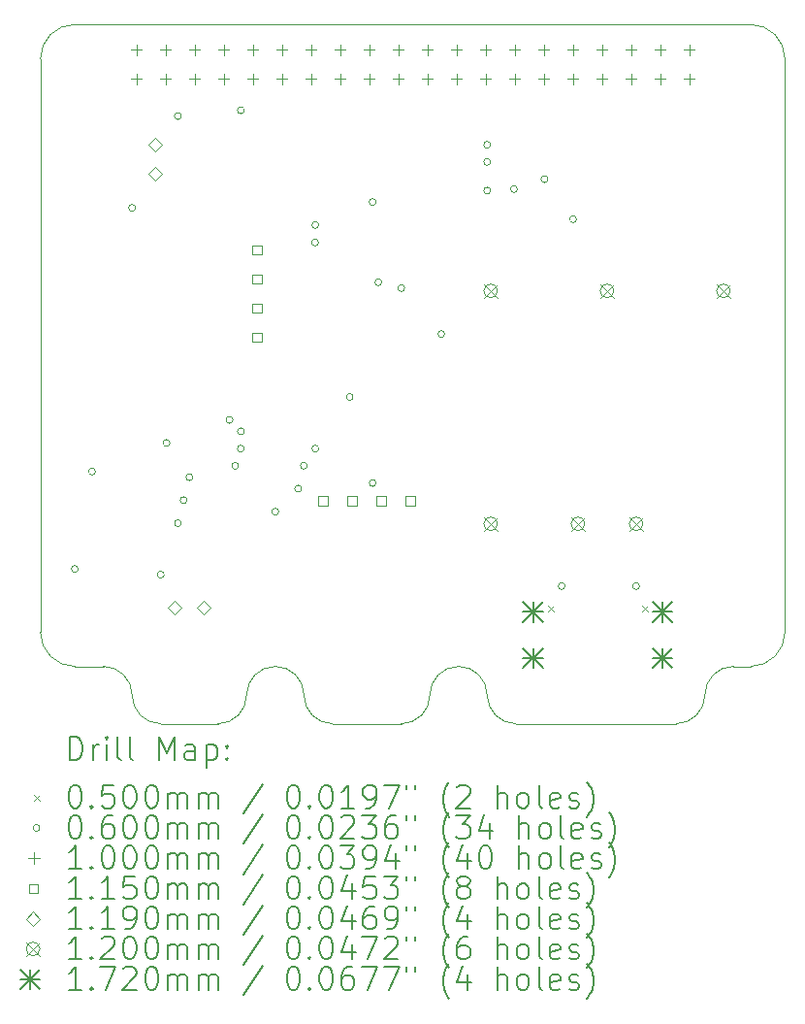
<source format=gbr>
%TF.GenerationSoftware,KiCad,Pcbnew,8.0.2*%
%TF.CreationDate,2024-06-18T11:35:28+02:00*%
%TF.ProjectId,AMS Dongle,414d5320-446f-46e6-976c-652e6b696361,rev?*%
%TF.SameCoordinates,Original*%
%TF.FileFunction,Drillmap*%
%TF.FilePolarity,Positive*%
%FSLAX45Y45*%
G04 Gerber Fmt 4.5, Leading zero omitted, Abs format (unit mm)*
G04 Created by KiCad (PCBNEW 8.0.2) date 2024-06-18 11:35:28*
%MOMM*%
%LPD*%
G01*
G04 APERTURE LIST*
%ADD10C,0.100000*%
%ADD11C,0.200000*%
%ADD12C,0.115000*%
%ADD13C,0.119000*%
%ADD14C,0.120000*%
%ADD15C,0.172000*%
G04 APERTURE END LIST*
D10*
X15800000Y-10250000D02*
G75*
G02*
X15550000Y-10500000I-250000J0D01*
G01*
X11800000Y-10250000D02*
G75*
G02*
X11550000Y-10500000I-250000J0D01*
G01*
X10550000Y-10000000D02*
G75*
G02*
X10800000Y-10250000I0J-250000D01*
G01*
X11800000Y-10250000D02*
G75*
G02*
X12050000Y-10000000I250000J0D01*
G01*
X16200000Y-4400000D02*
G75*
G02*
X16500000Y-4700000I0J-300000D01*
G01*
X15800000Y-10250000D02*
G75*
G02*
X16050000Y-10000000I250000J0D01*
G01*
X16500000Y-9700000D02*
X16500000Y-4700000D01*
X13650000Y-10000000D02*
G75*
G02*
X13900000Y-10250000I0J-250000D01*
G01*
X10000000Y-4700000D02*
X10000000Y-6300000D01*
X14150000Y-10500000D02*
G75*
G02*
X13900000Y-10250000I0J250000D01*
G01*
X13400000Y-10250000D02*
G75*
G02*
X13150000Y-10500000I-250000J0D01*
G01*
X12550000Y-10500000D02*
X13150000Y-10500000D01*
X14150000Y-10500000D02*
X15550000Y-10500000D01*
X10000000Y-6300000D02*
X10000000Y-8100000D01*
X10300000Y-10000000D02*
G75*
G02*
X10000000Y-9700000I0J300000D01*
G01*
X12550000Y-10500000D02*
G75*
G02*
X12300000Y-10250000I0J250000D01*
G01*
X11050000Y-10500000D02*
X11550000Y-10500000D01*
X10300000Y-10000000D02*
X10550000Y-10000000D01*
X13400000Y-10250000D02*
G75*
G02*
X13650000Y-10000000I250000J0D01*
G01*
X12050000Y-10000000D02*
G75*
G02*
X12300000Y-10250000I0J-250000D01*
G01*
X11050000Y-10500000D02*
G75*
G02*
X10800000Y-10250000I0J250000D01*
G01*
X16050000Y-10000000D02*
X16200000Y-10000000D01*
X16500000Y-9700000D02*
G75*
G02*
X16200000Y-10000000I-300000J0D01*
G01*
X10000000Y-4700000D02*
G75*
G02*
X10300000Y-4400000I300000J0D01*
G01*
X10000000Y-8100000D02*
X10000000Y-9700000D01*
X16200000Y-4400000D02*
X10300000Y-4400000D01*
D11*
D10*
X14430000Y-9470000D02*
X14480000Y-9520000D01*
X14480000Y-9470000D02*
X14430000Y-9520000D01*
X15250000Y-9470000D02*
X15300000Y-9520000D01*
X15300000Y-9470000D02*
X15250000Y-9520000D01*
X10330000Y-9150000D02*
G75*
G02*
X10270000Y-9150000I-30000J0D01*
G01*
X10270000Y-9150000D02*
G75*
G02*
X10330000Y-9150000I30000J0D01*
G01*
X10480000Y-8300000D02*
G75*
G02*
X10420000Y-8300000I-30000J0D01*
G01*
X10420000Y-8300000D02*
G75*
G02*
X10480000Y-8300000I30000J0D01*
G01*
X10830000Y-6000000D02*
G75*
G02*
X10770000Y-6000000I-30000J0D01*
G01*
X10770000Y-6000000D02*
G75*
G02*
X10830000Y-6000000I30000J0D01*
G01*
X11080000Y-9200000D02*
G75*
G02*
X11020000Y-9200000I-30000J0D01*
G01*
X11020000Y-9200000D02*
G75*
G02*
X11080000Y-9200000I30000J0D01*
G01*
X11130000Y-8050000D02*
G75*
G02*
X11070000Y-8050000I-30000J0D01*
G01*
X11070000Y-8050000D02*
G75*
G02*
X11130000Y-8050000I30000J0D01*
G01*
X11230000Y-5200000D02*
G75*
G02*
X11170000Y-5200000I-30000J0D01*
G01*
X11170000Y-5200000D02*
G75*
G02*
X11230000Y-5200000I30000J0D01*
G01*
X11230000Y-8750000D02*
G75*
G02*
X11170000Y-8750000I-30000J0D01*
G01*
X11170000Y-8750000D02*
G75*
G02*
X11230000Y-8750000I30000J0D01*
G01*
X11280000Y-8550000D02*
G75*
G02*
X11220000Y-8550000I-30000J0D01*
G01*
X11220000Y-8550000D02*
G75*
G02*
X11280000Y-8550000I30000J0D01*
G01*
X11330000Y-8350000D02*
G75*
G02*
X11270000Y-8350000I-30000J0D01*
G01*
X11270000Y-8350000D02*
G75*
G02*
X11330000Y-8350000I30000J0D01*
G01*
X11680000Y-7850000D02*
G75*
G02*
X11620000Y-7850000I-30000J0D01*
G01*
X11620000Y-7850000D02*
G75*
G02*
X11680000Y-7850000I30000J0D01*
G01*
X11730000Y-8250000D02*
G75*
G02*
X11670000Y-8250000I-30000J0D01*
G01*
X11670000Y-8250000D02*
G75*
G02*
X11730000Y-8250000I30000J0D01*
G01*
X11780000Y-5150000D02*
G75*
G02*
X11720000Y-5150000I-30000J0D01*
G01*
X11720000Y-5150000D02*
G75*
G02*
X11780000Y-5150000I30000J0D01*
G01*
X11780000Y-7950000D02*
G75*
G02*
X11720000Y-7950000I-30000J0D01*
G01*
X11720000Y-7950000D02*
G75*
G02*
X11780000Y-7950000I30000J0D01*
G01*
X11780000Y-8100000D02*
G75*
G02*
X11720000Y-8100000I-30000J0D01*
G01*
X11720000Y-8100000D02*
G75*
G02*
X11780000Y-8100000I30000J0D01*
G01*
X12080000Y-8650000D02*
G75*
G02*
X12020000Y-8650000I-30000J0D01*
G01*
X12020000Y-8650000D02*
G75*
G02*
X12080000Y-8650000I30000J0D01*
G01*
X12280000Y-8450000D02*
G75*
G02*
X12220000Y-8450000I-30000J0D01*
G01*
X12220000Y-8450000D02*
G75*
G02*
X12280000Y-8450000I30000J0D01*
G01*
X12330000Y-8250000D02*
G75*
G02*
X12270000Y-8250000I-30000J0D01*
G01*
X12270000Y-8250000D02*
G75*
G02*
X12330000Y-8250000I30000J0D01*
G01*
X12426967Y-6303033D02*
G75*
G02*
X12366967Y-6303033I-30000J0D01*
G01*
X12366967Y-6303033D02*
G75*
G02*
X12426967Y-6303033I30000J0D01*
G01*
X12430000Y-6150000D02*
G75*
G02*
X12370000Y-6150000I-30000J0D01*
G01*
X12370000Y-6150000D02*
G75*
G02*
X12430000Y-6150000I30000J0D01*
G01*
X12430000Y-8100000D02*
G75*
G02*
X12370000Y-8100000I-30000J0D01*
G01*
X12370000Y-8100000D02*
G75*
G02*
X12430000Y-8100000I30000J0D01*
G01*
X12730000Y-7650000D02*
G75*
G02*
X12670000Y-7650000I-30000J0D01*
G01*
X12670000Y-7650000D02*
G75*
G02*
X12730000Y-7650000I30000J0D01*
G01*
X12930000Y-5950000D02*
G75*
G02*
X12870000Y-5950000I-30000J0D01*
G01*
X12870000Y-5950000D02*
G75*
G02*
X12930000Y-5950000I30000J0D01*
G01*
X12930000Y-8400000D02*
G75*
G02*
X12870000Y-8400000I-30000J0D01*
G01*
X12870000Y-8400000D02*
G75*
G02*
X12930000Y-8400000I30000J0D01*
G01*
X12980000Y-6650000D02*
G75*
G02*
X12920000Y-6650000I-30000J0D01*
G01*
X12920000Y-6650000D02*
G75*
G02*
X12980000Y-6650000I30000J0D01*
G01*
X13180000Y-6700000D02*
G75*
G02*
X13120000Y-6700000I-30000J0D01*
G01*
X13120000Y-6700000D02*
G75*
G02*
X13180000Y-6700000I30000J0D01*
G01*
X13530000Y-7100000D02*
G75*
G02*
X13470000Y-7100000I-30000J0D01*
G01*
X13470000Y-7100000D02*
G75*
G02*
X13530000Y-7100000I30000J0D01*
G01*
X13930000Y-5450000D02*
G75*
G02*
X13870000Y-5450000I-30000J0D01*
G01*
X13870000Y-5450000D02*
G75*
G02*
X13930000Y-5450000I30000J0D01*
G01*
X13930000Y-5600000D02*
G75*
G02*
X13870000Y-5600000I-30000J0D01*
G01*
X13870000Y-5600000D02*
G75*
G02*
X13930000Y-5600000I30000J0D01*
G01*
X13930000Y-5850000D02*
G75*
G02*
X13870000Y-5850000I-30000J0D01*
G01*
X13870000Y-5850000D02*
G75*
G02*
X13930000Y-5850000I30000J0D01*
G01*
X14163110Y-5835798D02*
G75*
G02*
X14103110Y-5835798I-30000J0D01*
G01*
X14103110Y-5835798D02*
G75*
G02*
X14163110Y-5835798I30000J0D01*
G01*
X14430000Y-5750000D02*
G75*
G02*
X14370000Y-5750000I-30000J0D01*
G01*
X14370000Y-5750000D02*
G75*
G02*
X14430000Y-5750000I30000J0D01*
G01*
X14580000Y-9300000D02*
G75*
G02*
X14520000Y-9300000I-30000J0D01*
G01*
X14520000Y-9300000D02*
G75*
G02*
X14580000Y-9300000I30000J0D01*
G01*
X14680000Y-6100000D02*
G75*
G02*
X14620000Y-6100000I-30000J0D01*
G01*
X14620000Y-6100000D02*
G75*
G02*
X14680000Y-6100000I30000J0D01*
G01*
X15230000Y-9300000D02*
G75*
G02*
X15170000Y-9300000I-30000J0D01*
G01*
X15170000Y-9300000D02*
G75*
G02*
X15230000Y-9300000I30000J0D01*
G01*
X10837000Y-4573000D02*
X10837000Y-4673000D01*
X10787000Y-4623000D02*
X10887000Y-4623000D01*
X10837000Y-4827000D02*
X10837000Y-4927000D01*
X10787000Y-4877000D02*
X10887000Y-4877000D01*
X11091000Y-4573000D02*
X11091000Y-4673000D01*
X11041000Y-4623000D02*
X11141000Y-4623000D01*
X11091000Y-4827000D02*
X11091000Y-4927000D01*
X11041000Y-4877000D02*
X11141000Y-4877000D01*
X11345000Y-4573000D02*
X11345000Y-4673000D01*
X11295000Y-4623000D02*
X11395000Y-4623000D01*
X11345000Y-4827000D02*
X11345000Y-4927000D01*
X11295000Y-4877000D02*
X11395000Y-4877000D01*
X11599000Y-4573000D02*
X11599000Y-4673000D01*
X11549000Y-4623000D02*
X11649000Y-4623000D01*
X11599000Y-4827000D02*
X11599000Y-4927000D01*
X11549000Y-4877000D02*
X11649000Y-4877000D01*
X11853000Y-4573000D02*
X11853000Y-4673000D01*
X11803000Y-4623000D02*
X11903000Y-4623000D01*
X11853000Y-4827000D02*
X11853000Y-4927000D01*
X11803000Y-4877000D02*
X11903000Y-4877000D01*
X12107000Y-4573000D02*
X12107000Y-4673000D01*
X12057000Y-4623000D02*
X12157000Y-4623000D01*
X12107000Y-4827000D02*
X12107000Y-4927000D01*
X12057000Y-4877000D02*
X12157000Y-4877000D01*
X12361000Y-4573000D02*
X12361000Y-4673000D01*
X12311000Y-4623000D02*
X12411000Y-4623000D01*
X12361000Y-4827000D02*
X12361000Y-4927000D01*
X12311000Y-4877000D02*
X12411000Y-4877000D01*
X12615000Y-4573000D02*
X12615000Y-4673000D01*
X12565000Y-4623000D02*
X12665000Y-4623000D01*
X12615000Y-4827000D02*
X12615000Y-4927000D01*
X12565000Y-4877000D02*
X12665000Y-4877000D01*
X12869000Y-4573000D02*
X12869000Y-4673000D01*
X12819000Y-4623000D02*
X12919000Y-4623000D01*
X12869000Y-4827000D02*
X12869000Y-4927000D01*
X12819000Y-4877000D02*
X12919000Y-4877000D01*
X13123000Y-4573000D02*
X13123000Y-4673000D01*
X13073000Y-4623000D02*
X13173000Y-4623000D01*
X13123000Y-4827000D02*
X13123000Y-4927000D01*
X13073000Y-4877000D02*
X13173000Y-4877000D01*
X13377000Y-4573000D02*
X13377000Y-4673000D01*
X13327000Y-4623000D02*
X13427000Y-4623000D01*
X13377000Y-4827000D02*
X13377000Y-4927000D01*
X13327000Y-4877000D02*
X13427000Y-4877000D01*
X13631000Y-4573000D02*
X13631000Y-4673000D01*
X13581000Y-4623000D02*
X13681000Y-4623000D01*
X13631000Y-4827000D02*
X13631000Y-4927000D01*
X13581000Y-4877000D02*
X13681000Y-4877000D01*
X13885000Y-4573000D02*
X13885000Y-4673000D01*
X13835000Y-4623000D02*
X13935000Y-4623000D01*
X13885000Y-4827000D02*
X13885000Y-4927000D01*
X13835000Y-4877000D02*
X13935000Y-4877000D01*
X14139000Y-4573000D02*
X14139000Y-4673000D01*
X14089000Y-4623000D02*
X14189000Y-4623000D01*
X14139000Y-4827000D02*
X14139000Y-4927000D01*
X14089000Y-4877000D02*
X14189000Y-4877000D01*
X14393000Y-4573000D02*
X14393000Y-4673000D01*
X14343000Y-4623000D02*
X14443000Y-4623000D01*
X14393000Y-4827000D02*
X14393000Y-4927000D01*
X14343000Y-4877000D02*
X14443000Y-4877000D01*
X14647000Y-4573000D02*
X14647000Y-4673000D01*
X14597000Y-4623000D02*
X14697000Y-4623000D01*
X14647000Y-4827000D02*
X14647000Y-4927000D01*
X14597000Y-4877000D02*
X14697000Y-4877000D01*
X14901000Y-4573000D02*
X14901000Y-4673000D01*
X14851000Y-4623000D02*
X14951000Y-4623000D01*
X14901000Y-4827000D02*
X14901000Y-4927000D01*
X14851000Y-4877000D02*
X14951000Y-4877000D01*
X15155000Y-4573000D02*
X15155000Y-4673000D01*
X15105000Y-4623000D02*
X15205000Y-4623000D01*
X15155000Y-4827000D02*
X15155000Y-4927000D01*
X15105000Y-4877000D02*
X15205000Y-4877000D01*
X15409000Y-4573000D02*
X15409000Y-4673000D01*
X15359000Y-4623000D02*
X15459000Y-4623000D01*
X15409000Y-4827000D02*
X15409000Y-4927000D01*
X15359000Y-4877000D02*
X15459000Y-4877000D01*
X15663000Y-4573000D02*
X15663000Y-4673000D01*
X15613000Y-4623000D02*
X15713000Y-4623000D01*
X15663000Y-4827000D02*
X15663000Y-4927000D01*
X15613000Y-4877000D02*
X15713000Y-4877000D01*
D12*
X11933059Y-6409659D02*
X11933059Y-6328341D01*
X11851741Y-6328341D01*
X11851741Y-6409659D01*
X11933059Y-6409659D01*
X11933059Y-6663659D02*
X11933059Y-6582341D01*
X11851741Y-6582341D01*
X11851741Y-6663659D01*
X11933059Y-6663659D01*
X11933059Y-6917659D02*
X11933059Y-6836341D01*
X11851741Y-6836341D01*
X11851741Y-6917659D01*
X11933059Y-6917659D01*
X11933059Y-7171659D02*
X11933059Y-7090341D01*
X11851741Y-7090341D01*
X11851741Y-7171659D01*
X11933059Y-7171659D01*
X12509659Y-8598259D02*
X12509659Y-8516941D01*
X12428341Y-8516941D01*
X12428341Y-8598259D01*
X12509659Y-8598259D01*
X12763659Y-8598259D02*
X12763659Y-8516941D01*
X12682341Y-8516941D01*
X12682341Y-8598259D01*
X12763659Y-8598259D01*
X13017659Y-8598259D02*
X13017659Y-8516941D01*
X12936341Y-8516941D01*
X12936341Y-8598259D01*
X13017659Y-8598259D01*
X13271659Y-8598259D02*
X13271659Y-8516941D01*
X13190341Y-8516941D01*
X13190341Y-8598259D01*
X13271659Y-8598259D01*
D13*
X11000000Y-5509500D02*
X11059500Y-5450000D01*
X11000000Y-5390500D01*
X10940500Y-5450000D01*
X11000000Y-5509500D01*
X11000000Y-5763500D02*
X11059500Y-5704000D01*
X11000000Y-5644500D01*
X10940500Y-5704000D01*
X11000000Y-5763500D01*
X11173000Y-9545150D02*
X11232500Y-9485650D01*
X11173000Y-9426150D01*
X11113500Y-9485650D01*
X11173000Y-9545150D01*
X11427000Y-9545150D02*
X11486500Y-9485650D01*
X11427000Y-9426150D01*
X11367500Y-9485650D01*
X11427000Y-9545150D01*
D14*
X13870000Y-6664000D02*
X13990000Y-6784000D01*
X13990000Y-6664000D02*
X13870000Y-6784000D01*
X13990000Y-6724000D02*
G75*
G02*
X13870000Y-6724000I-60000J0D01*
G01*
X13870000Y-6724000D02*
G75*
G02*
X13990000Y-6724000I60000J0D01*
G01*
X13870000Y-8696000D02*
X13990000Y-8816000D01*
X13990000Y-8696000D02*
X13870000Y-8816000D01*
X13990000Y-8756000D02*
G75*
G02*
X13870000Y-8756000I-60000J0D01*
G01*
X13870000Y-8756000D02*
G75*
G02*
X13990000Y-8756000I60000J0D01*
G01*
X14632000Y-8696000D02*
X14752000Y-8816000D01*
X14752000Y-8696000D02*
X14632000Y-8816000D01*
X14752000Y-8756000D02*
G75*
G02*
X14632000Y-8756000I-60000J0D01*
G01*
X14632000Y-8756000D02*
G75*
G02*
X14752000Y-8756000I60000J0D01*
G01*
X14886000Y-6664000D02*
X15006000Y-6784000D01*
X15006000Y-6664000D02*
X14886000Y-6784000D01*
X15006000Y-6724000D02*
G75*
G02*
X14886000Y-6724000I-60000J0D01*
G01*
X14886000Y-6724000D02*
G75*
G02*
X15006000Y-6724000I60000J0D01*
G01*
X15140000Y-8696000D02*
X15260000Y-8816000D01*
X15260000Y-8696000D02*
X15140000Y-8816000D01*
X15260000Y-8756000D02*
G75*
G02*
X15140000Y-8756000I-60000J0D01*
G01*
X15140000Y-8756000D02*
G75*
G02*
X15260000Y-8756000I60000J0D01*
G01*
X15902000Y-6664000D02*
X16022000Y-6784000D01*
X16022000Y-6664000D02*
X15902000Y-6784000D01*
X16022000Y-6724000D02*
G75*
G02*
X15902000Y-6724000I-60000J0D01*
G01*
X15902000Y-6724000D02*
G75*
G02*
X16022000Y-6724000I60000J0D01*
G01*
D15*
X14214000Y-9439000D02*
X14386000Y-9611000D01*
X14386000Y-9439000D02*
X14214000Y-9611000D01*
X14300000Y-9439000D02*
X14300000Y-9611000D01*
X14214000Y-9525000D02*
X14386000Y-9525000D01*
X14214000Y-9839000D02*
X14386000Y-10011000D01*
X14386000Y-9839000D02*
X14214000Y-10011000D01*
X14300000Y-9839000D02*
X14300000Y-10011000D01*
X14214000Y-9925000D02*
X14386000Y-9925000D01*
X15344000Y-9439000D02*
X15516000Y-9611000D01*
X15516000Y-9439000D02*
X15344000Y-9611000D01*
X15430000Y-9439000D02*
X15430000Y-9611000D01*
X15344000Y-9525000D02*
X15516000Y-9525000D01*
X15344000Y-9839000D02*
X15516000Y-10011000D01*
X15516000Y-9839000D02*
X15344000Y-10011000D01*
X15430000Y-9839000D02*
X15430000Y-10011000D01*
X15344000Y-9925000D02*
X15516000Y-9925000D01*
D11*
X10255777Y-10816484D02*
X10255777Y-10616484D01*
X10255777Y-10616484D02*
X10303396Y-10616484D01*
X10303396Y-10616484D02*
X10331967Y-10626008D01*
X10331967Y-10626008D02*
X10351015Y-10645055D01*
X10351015Y-10645055D02*
X10360539Y-10664103D01*
X10360539Y-10664103D02*
X10370063Y-10702198D01*
X10370063Y-10702198D02*
X10370063Y-10730770D01*
X10370063Y-10730770D02*
X10360539Y-10768865D01*
X10360539Y-10768865D02*
X10351015Y-10787912D01*
X10351015Y-10787912D02*
X10331967Y-10806960D01*
X10331967Y-10806960D02*
X10303396Y-10816484D01*
X10303396Y-10816484D02*
X10255777Y-10816484D01*
X10455777Y-10816484D02*
X10455777Y-10683150D01*
X10455777Y-10721246D02*
X10465301Y-10702198D01*
X10465301Y-10702198D02*
X10474824Y-10692674D01*
X10474824Y-10692674D02*
X10493872Y-10683150D01*
X10493872Y-10683150D02*
X10512920Y-10683150D01*
X10579586Y-10816484D02*
X10579586Y-10683150D01*
X10579586Y-10616484D02*
X10570063Y-10626008D01*
X10570063Y-10626008D02*
X10579586Y-10635531D01*
X10579586Y-10635531D02*
X10589110Y-10626008D01*
X10589110Y-10626008D02*
X10579586Y-10616484D01*
X10579586Y-10616484D02*
X10579586Y-10635531D01*
X10703396Y-10816484D02*
X10684348Y-10806960D01*
X10684348Y-10806960D02*
X10674824Y-10787912D01*
X10674824Y-10787912D02*
X10674824Y-10616484D01*
X10808158Y-10816484D02*
X10789110Y-10806960D01*
X10789110Y-10806960D02*
X10779586Y-10787912D01*
X10779586Y-10787912D02*
X10779586Y-10616484D01*
X11036729Y-10816484D02*
X11036729Y-10616484D01*
X11036729Y-10616484D02*
X11103396Y-10759341D01*
X11103396Y-10759341D02*
X11170063Y-10616484D01*
X11170063Y-10616484D02*
X11170063Y-10816484D01*
X11351015Y-10816484D02*
X11351015Y-10711722D01*
X11351015Y-10711722D02*
X11341491Y-10692674D01*
X11341491Y-10692674D02*
X11322443Y-10683150D01*
X11322443Y-10683150D02*
X11284348Y-10683150D01*
X11284348Y-10683150D02*
X11265301Y-10692674D01*
X11351015Y-10806960D02*
X11331967Y-10816484D01*
X11331967Y-10816484D02*
X11284348Y-10816484D01*
X11284348Y-10816484D02*
X11265301Y-10806960D01*
X11265301Y-10806960D02*
X11255777Y-10787912D01*
X11255777Y-10787912D02*
X11255777Y-10768865D01*
X11255777Y-10768865D02*
X11265301Y-10749817D01*
X11265301Y-10749817D02*
X11284348Y-10740293D01*
X11284348Y-10740293D02*
X11331967Y-10740293D01*
X11331967Y-10740293D02*
X11351015Y-10730770D01*
X11446253Y-10683150D02*
X11446253Y-10883150D01*
X11446253Y-10692674D02*
X11465301Y-10683150D01*
X11465301Y-10683150D02*
X11503396Y-10683150D01*
X11503396Y-10683150D02*
X11522443Y-10692674D01*
X11522443Y-10692674D02*
X11531967Y-10702198D01*
X11531967Y-10702198D02*
X11541491Y-10721246D01*
X11541491Y-10721246D02*
X11541491Y-10778389D01*
X11541491Y-10778389D02*
X11531967Y-10797436D01*
X11531967Y-10797436D02*
X11522443Y-10806960D01*
X11522443Y-10806960D02*
X11503396Y-10816484D01*
X11503396Y-10816484D02*
X11465301Y-10816484D01*
X11465301Y-10816484D02*
X11446253Y-10806960D01*
X11627205Y-10797436D02*
X11636729Y-10806960D01*
X11636729Y-10806960D02*
X11627205Y-10816484D01*
X11627205Y-10816484D02*
X11617682Y-10806960D01*
X11617682Y-10806960D02*
X11627205Y-10797436D01*
X11627205Y-10797436D02*
X11627205Y-10816484D01*
X11627205Y-10692674D02*
X11636729Y-10702198D01*
X11636729Y-10702198D02*
X11627205Y-10711722D01*
X11627205Y-10711722D02*
X11617682Y-10702198D01*
X11617682Y-10702198D02*
X11627205Y-10692674D01*
X11627205Y-10692674D02*
X11627205Y-10711722D01*
D10*
X9945000Y-11120000D02*
X9995000Y-11170000D01*
X9995000Y-11120000D02*
X9945000Y-11170000D01*
D11*
X10293872Y-11036484D02*
X10312920Y-11036484D01*
X10312920Y-11036484D02*
X10331967Y-11046008D01*
X10331967Y-11046008D02*
X10341491Y-11055531D01*
X10341491Y-11055531D02*
X10351015Y-11074579D01*
X10351015Y-11074579D02*
X10360539Y-11112674D01*
X10360539Y-11112674D02*
X10360539Y-11160293D01*
X10360539Y-11160293D02*
X10351015Y-11198388D01*
X10351015Y-11198388D02*
X10341491Y-11217436D01*
X10341491Y-11217436D02*
X10331967Y-11226960D01*
X10331967Y-11226960D02*
X10312920Y-11236484D01*
X10312920Y-11236484D02*
X10293872Y-11236484D01*
X10293872Y-11236484D02*
X10274824Y-11226960D01*
X10274824Y-11226960D02*
X10265301Y-11217436D01*
X10265301Y-11217436D02*
X10255777Y-11198388D01*
X10255777Y-11198388D02*
X10246253Y-11160293D01*
X10246253Y-11160293D02*
X10246253Y-11112674D01*
X10246253Y-11112674D02*
X10255777Y-11074579D01*
X10255777Y-11074579D02*
X10265301Y-11055531D01*
X10265301Y-11055531D02*
X10274824Y-11046008D01*
X10274824Y-11046008D02*
X10293872Y-11036484D01*
X10446253Y-11217436D02*
X10455777Y-11226960D01*
X10455777Y-11226960D02*
X10446253Y-11236484D01*
X10446253Y-11236484D02*
X10436729Y-11226960D01*
X10436729Y-11226960D02*
X10446253Y-11217436D01*
X10446253Y-11217436D02*
X10446253Y-11236484D01*
X10636729Y-11036484D02*
X10541491Y-11036484D01*
X10541491Y-11036484D02*
X10531967Y-11131722D01*
X10531967Y-11131722D02*
X10541491Y-11122198D01*
X10541491Y-11122198D02*
X10560539Y-11112674D01*
X10560539Y-11112674D02*
X10608158Y-11112674D01*
X10608158Y-11112674D02*
X10627205Y-11122198D01*
X10627205Y-11122198D02*
X10636729Y-11131722D01*
X10636729Y-11131722D02*
X10646253Y-11150770D01*
X10646253Y-11150770D02*
X10646253Y-11198388D01*
X10646253Y-11198388D02*
X10636729Y-11217436D01*
X10636729Y-11217436D02*
X10627205Y-11226960D01*
X10627205Y-11226960D02*
X10608158Y-11236484D01*
X10608158Y-11236484D02*
X10560539Y-11236484D01*
X10560539Y-11236484D02*
X10541491Y-11226960D01*
X10541491Y-11226960D02*
X10531967Y-11217436D01*
X10770063Y-11036484D02*
X10789110Y-11036484D01*
X10789110Y-11036484D02*
X10808158Y-11046008D01*
X10808158Y-11046008D02*
X10817682Y-11055531D01*
X10817682Y-11055531D02*
X10827205Y-11074579D01*
X10827205Y-11074579D02*
X10836729Y-11112674D01*
X10836729Y-11112674D02*
X10836729Y-11160293D01*
X10836729Y-11160293D02*
X10827205Y-11198388D01*
X10827205Y-11198388D02*
X10817682Y-11217436D01*
X10817682Y-11217436D02*
X10808158Y-11226960D01*
X10808158Y-11226960D02*
X10789110Y-11236484D01*
X10789110Y-11236484D02*
X10770063Y-11236484D01*
X10770063Y-11236484D02*
X10751015Y-11226960D01*
X10751015Y-11226960D02*
X10741491Y-11217436D01*
X10741491Y-11217436D02*
X10731967Y-11198388D01*
X10731967Y-11198388D02*
X10722444Y-11160293D01*
X10722444Y-11160293D02*
X10722444Y-11112674D01*
X10722444Y-11112674D02*
X10731967Y-11074579D01*
X10731967Y-11074579D02*
X10741491Y-11055531D01*
X10741491Y-11055531D02*
X10751015Y-11046008D01*
X10751015Y-11046008D02*
X10770063Y-11036484D01*
X10960539Y-11036484D02*
X10979586Y-11036484D01*
X10979586Y-11036484D02*
X10998634Y-11046008D01*
X10998634Y-11046008D02*
X11008158Y-11055531D01*
X11008158Y-11055531D02*
X11017682Y-11074579D01*
X11017682Y-11074579D02*
X11027205Y-11112674D01*
X11027205Y-11112674D02*
X11027205Y-11160293D01*
X11027205Y-11160293D02*
X11017682Y-11198388D01*
X11017682Y-11198388D02*
X11008158Y-11217436D01*
X11008158Y-11217436D02*
X10998634Y-11226960D01*
X10998634Y-11226960D02*
X10979586Y-11236484D01*
X10979586Y-11236484D02*
X10960539Y-11236484D01*
X10960539Y-11236484D02*
X10941491Y-11226960D01*
X10941491Y-11226960D02*
X10931967Y-11217436D01*
X10931967Y-11217436D02*
X10922444Y-11198388D01*
X10922444Y-11198388D02*
X10912920Y-11160293D01*
X10912920Y-11160293D02*
X10912920Y-11112674D01*
X10912920Y-11112674D02*
X10922444Y-11074579D01*
X10922444Y-11074579D02*
X10931967Y-11055531D01*
X10931967Y-11055531D02*
X10941491Y-11046008D01*
X10941491Y-11046008D02*
X10960539Y-11036484D01*
X11112920Y-11236484D02*
X11112920Y-11103150D01*
X11112920Y-11122198D02*
X11122444Y-11112674D01*
X11122444Y-11112674D02*
X11141491Y-11103150D01*
X11141491Y-11103150D02*
X11170063Y-11103150D01*
X11170063Y-11103150D02*
X11189110Y-11112674D01*
X11189110Y-11112674D02*
X11198634Y-11131722D01*
X11198634Y-11131722D02*
X11198634Y-11236484D01*
X11198634Y-11131722D02*
X11208158Y-11112674D01*
X11208158Y-11112674D02*
X11227205Y-11103150D01*
X11227205Y-11103150D02*
X11255777Y-11103150D01*
X11255777Y-11103150D02*
X11274824Y-11112674D01*
X11274824Y-11112674D02*
X11284348Y-11131722D01*
X11284348Y-11131722D02*
X11284348Y-11236484D01*
X11379586Y-11236484D02*
X11379586Y-11103150D01*
X11379586Y-11122198D02*
X11389110Y-11112674D01*
X11389110Y-11112674D02*
X11408158Y-11103150D01*
X11408158Y-11103150D02*
X11436729Y-11103150D01*
X11436729Y-11103150D02*
X11455777Y-11112674D01*
X11455777Y-11112674D02*
X11465301Y-11131722D01*
X11465301Y-11131722D02*
X11465301Y-11236484D01*
X11465301Y-11131722D02*
X11474824Y-11112674D01*
X11474824Y-11112674D02*
X11493872Y-11103150D01*
X11493872Y-11103150D02*
X11522443Y-11103150D01*
X11522443Y-11103150D02*
X11541491Y-11112674D01*
X11541491Y-11112674D02*
X11551015Y-11131722D01*
X11551015Y-11131722D02*
X11551015Y-11236484D01*
X11941491Y-11026960D02*
X11770063Y-11284103D01*
X12198634Y-11036484D02*
X12217682Y-11036484D01*
X12217682Y-11036484D02*
X12236729Y-11046008D01*
X12236729Y-11046008D02*
X12246253Y-11055531D01*
X12246253Y-11055531D02*
X12255777Y-11074579D01*
X12255777Y-11074579D02*
X12265301Y-11112674D01*
X12265301Y-11112674D02*
X12265301Y-11160293D01*
X12265301Y-11160293D02*
X12255777Y-11198388D01*
X12255777Y-11198388D02*
X12246253Y-11217436D01*
X12246253Y-11217436D02*
X12236729Y-11226960D01*
X12236729Y-11226960D02*
X12217682Y-11236484D01*
X12217682Y-11236484D02*
X12198634Y-11236484D01*
X12198634Y-11236484D02*
X12179586Y-11226960D01*
X12179586Y-11226960D02*
X12170063Y-11217436D01*
X12170063Y-11217436D02*
X12160539Y-11198388D01*
X12160539Y-11198388D02*
X12151015Y-11160293D01*
X12151015Y-11160293D02*
X12151015Y-11112674D01*
X12151015Y-11112674D02*
X12160539Y-11074579D01*
X12160539Y-11074579D02*
X12170063Y-11055531D01*
X12170063Y-11055531D02*
X12179586Y-11046008D01*
X12179586Y-11046008D02*
X12198634Y-11036484D01*
X12351015Y-11217436D02*
X12360539Y-11226960D01*
X12360539Y-11226960D02*
X12351015Y-11236484D01*
X12351015Y-11236484D02*
X12341491Y-11226960D01*
X12341491Y-11226960D02*
X12351015Y-11217436D01*
X12351015Y-11217436D02*
X12351015Y-11236484D01*
X12484348Y-11036484D02*
X12503396Y-11036484D01*
X12503396Y-11036484D02*
X12522444Y-11046008D01*
X12522444Y-11046008D02*
X12531967Y-11055531D01*
X12531967Y-11055531D02*
X12541491Y-11074579D01*
X12541491Y-11074579D02*
X12551015Y-11112674D01*
X12551015Y-11112674D02*
X12551015Y-11160293D01*
X12551015Y-11160293D02*
X12541491Y-11198388D01*
X12541491Y-11198388D02*
X12531967Y-11217436D01*
X12531967Y-11217436D02*
X12522444Y-11226960D01*
X12522444Y-11226960D02*
X12503396Y-11236484D01*
X12503396Y-11236484D02*
X12484348Y-11236484D01*
X12484348Y-11236484D02*
X12465301Y-11226960D01*
X12465301Y-11226960D02*
X12455777Y-11217436D01*
X12455777Y-11217436D02*
X12446253Y-11198388D01*
X12446253Y-11198388D02*
X12436729Y-11160293D01*
X12436729Y-11160293D02*
X12436729Y-11112674D01*
X12436729Y-11112674D02*
X12446253Y-11074579D01*
X12446253Y-11074579D02*
X12455777Y-11055531D01*
X12455777Y-11055531D02*
X12465301Y-11046008D01*
X12465301Y-11046008D02*
X12484348Y-11036484D01*
X12741491Y-11236484D02*
X12627206Y-11236484D01*
X12684348Y-11236484D02*
X12684348Y-11036484D01*
X12684348Y-11036484D02*
X12665301Y-11065055D01*
X12665301Y-11065055D02*
X12646253Y-11084103D01*
X12646253Y-11084103D02*
X12627206Y-11093627D01*
X12836729Y-11236484D02*
X12874825Y-11236484D01*
X12874825Y-11236484D02*
X12893872Y-11226960D01*
X12893872Y-11226960D02*
X12903396Y-11217436D01*
X12903396Y-11217436D02*
X12922444Y-11188865D01*
X12922444Y-11188865D02*
X12931967Y-11150770D01*
X12931967Y-11150770D02*
X12931967Y-11074579D01*
X12931967Y-11074579D02*
X12922444Y-11055531D01*
X12922444Y-11055531D02*
X12912920Y-11046008D01*
X12912920Y-11046008D02*
X12893872Y-11036484D01*
X12893872Y-11036484D02*
X12855777Y-11036484D01*
X12855777Y-11036484D02*
X12836729Y-11046008D01*
X12836729Y-11046008D02*
X12827206Y-11055531D01*
X12827206Y-11055531D02*
X12817682Y-11074579D01*
X12817682Y-11074579D02*
X12817682Y-11122198D01*
X12817682Y-11122198D02*
X12827206Y-11141246D01*
X12827206Y-11141246D02*
X12836729Y-11150770D01*
X12836729Y-11150770D02*
X12855777Y-11160293D01*
X12855777Y-11160293D02*
X12893872Y-11160293D01*
X12893872Y-11160293D02*
X12912920Y-11150770D01*
X12912920Y-11150770D02*
X12922444Y-11141246D01*
X12922444Y-11141246D02*
X12931967Y-11122198D01*
X12998634Y-11036484D02*
X13131967Y-11036484D01*
X13131967Y-11036484D02*
X13046253Y-11236484D01*
X13198634Y-11036484D02*
X13198634Y-11074579D01*
X13274825Y-11036484D02*
X13274825Y-11074579D01*
X13570063Y-11312674D02*
X13560539Y-11303150D01*
X13560539Y-11303150D02*
X13541491Y-11274579D01*
X13541491Y-11274579D02*
X13531968Y-11255531D01*
X13531968Y-11255531D02*
X13522444Y-11226960D01*
X13522444Y-11226960D02*
X13512920Y-11179341D01*
X13512920Y-11179341D02*
X13512920Y-11141246D01*
X13512920Y-11141246D02*
X13522444Y-11093627D01*
X13522444Y-11093627D02*
X13531968Y-11065055D01*
X13531968Y-11065055D02*
X13541491Y-11046008D01*
X13541491Y-11046008D02*
X13560539Y-11017436D01*
X13560539Y-11017436D02*
X13570063Y-11007912D01*
X13636729Y-11055531D02*
X13646253Y-11046008D01*
X13646253Y-11046008D02*
X13665301Y-11036484D01*
X13665301Y-11036484D02*
X13712920Y-11036484D01*
X13712920Y-11036484D02*
X13731968Y-11046008D01*
X13731968Y-11046008D02*
X13741491Y-11055531D01*
X13741491Y-11055531D02*
X13751015Y-11074579D01*
X13751015Y-11074579D02*
X13751015Y-11093627D01*
X13751015Y-11093627D02*
X13741491Y-11122198D01*
X13741491Y-11122198D02*
X13627206Y-11236484D01*
X13627206Y-11236484D02*
X13751015Y-11236484D01*
X13989110Y-11236484D02*
X13989110Y-11036484D01*
X14074825Y-11236484D02*
X14074825Y-11131722D01*
X14074825Y-11131722D02*
X14065301Y-11112674D01*
X14065301Y-11112674D02*
X14046253Y-11103150D01*
X14046253Y-11103150D02*
X14017682Y-11103150D01*
X14017682Y-11103150D02*
X13998634Y-11112674D01*
X13998634Y-11112674D02*
X13989110Y-11122198D01*
X14198634Y-11236484D02*
X14179587Y-11226960D01*
X14179587Y-11226960D02*
X14170063Y-11217436D01*
X14170063Y-11217436D02*
X14160539Y-11198388D01*
X14160539Y-11198388D02*
X14160539Y-11141246D01*
X14160539Y-11141246D02*
X14170063Y-11122198D01*
X14170063Y-11122198D02*
X14179587Y-11112674D01*
X14179587Y-11112674D02*
X14198634Y-11103150D01*
X14198634Y-11103150D02*
X14227206Y-11103150D01*
X14227206Y-11103150D02*
X14246253Y-11112674D01*
X14246253Y-11112674D02*
X14255777Y-11122198D01*
X14255777Y-11122198D02*
X14265301Y-11141246D01*
X14265301Y-11141246D02*
X14265301Y-11198388D01*
X14265301Y-11198388D02*
X14255777Y-11217436D01*
X14255777Y-11217436D02*
X14246253Y-11226960D01*
X14246253Y-11226960D02*
X14227206Y-11236484D01*
X14227206Y-11236484D02*
X14198634Y-11236484D01*
X14379587Y-11236484D02*
X14360539Y-11226960D01*
X14360539Y-11226960D02*
X14351015Y-11207912D01*
X14351015Y-11207912D02*
X14351015Y-11036484D01*
X14531968Y-11226960D02*
X14512920Y-11236484D01*
X14512920Y-11236484D02*
X14474825Y-11236484D01*
X14474825Y-11236484D02*
X14455777Y-11226960D01*
X14455777Y-11226960D02*
X14446253Y-11207912D01*
X14446253Y-11207912D02*
X14446253Y-11131722D01*
X14446253Y-11131722D02*
X14455777Y-11112674D01*
X14455777Y-11112674D02*
X14474825Y-11103150D01*
X14474825Y-11103150D02*
X14512920Y-11103150D01*
X14512920Y-11103150D02*
X14531968Y-11112674D01*
X14531968Y-11112674D02*
X14541491Y-11131722D01*
X14541491Y-11131722D02*
X14541491Y-11150770D01*
X14541491Y-11150770D02*
X14446253Y-11169817D01*
X14617682Y-11226960D02*
X14636730Y-11236484D01*
X14636730Y-11236484D02*
X14674825Y-11236484D01*
X14674825Y-11236484D02*
X14693872Y-11226960D01*
X14693872Y-11226960D02*
X14703396Y-11207912D01*
X14703396Y-11207912D02*
X14703396Y-11198388D01*
X14703396Y-11198388D02*
X14693872Y-11179341D01*
X14693872Y-11179341D02*
X14674825Y-11169817D01*
X14674825Y-11169817D02*
X14646253Y-11169817D01*
X14646253Y-11169817D02*
X14627206Y-11160293D01*
X14627206Y-11160293D02*
X14617682Y-11141246D01*
X14617682Y-11141246D02*
X14617682Y-11131722D01*
X14617682Y-11131722D02*
X14627206Y-11112674D01*
X14627206Y-11112674D02*
X14646253Y-11103150D01*
X14646253Y-11103150D02*
X14674825Y-11103150D01*
X14674825Y-11103150D02*
X14693872Y-11112674D01*
X14770063Y-11312674D02*
X14779587Y-11303150D01*
X14779587Y-11303150D02*
X14798634Y-11274579D01*
X14798634Y-11274579D02*
X14808158Y-11255531D01*
X14808158Y-11255531D02*
X14817682Y-11226960D01*
X14817682Y-11226960D02*
X14827206Y-11179341D01*
X14827206Y-11179341D02*
X14827206Y-11141246D01*
X14827206Y-11141246D02*
X14817682Y-11093627D01*
X14817682Y-11093627D02*
X14808158Y-11065055D01*
X14808158Y-11065055D02*
X14798634Y-11046008D01*
X14798634Y-11046008D02*
X14779587Y-11017436D01*
X14779587Y-11017436D02*
X14770063Y-11007912D01*
D10*
X9995000Y-11409000D02*
G75*
G02*
X9935000Y-11409000I-30000J0D01*
G01*
X9935000Y-11409000D02*
G75*
G02*
X9995000Y-11409000I30000J0D01*
G01*
D11*
X10293872Y-11300484D02*
X10312920Y-11300484D01*
X10312920Y-11300484D02*
X10331967Y-11310008D01*
X10331967Y-11310008D02*
X10341491Y-11319531D01*
X10341491Y-11319531D02*
X10351015Y-11338579D01*
X10351015Y-11338579D02*
X10360539Y-11376674D01*
X10360539Y-11376674D02*
X10360539Y-11424293D01*
X10360539Y-11424293D02*
X10351015Y-11462388D01*
X10351015Y-11462388D02*
X10341491Y-11481436D01*
X10341491Y-11481436D02*
X10331967Y-11490960D01*
X10331967Y-11490960D02*
X10312920Y-11500484D01*
X10312920Y-11500484D02*
X10293872Y-11500484D01*
X10293872Y-11500484D02*
X10274824Y-11490960D01*
X10274824Y-11490960D02*
X10265301Y-11481436D01*
X10265301Y-11481436D02*
X10255777Y-11462388D01*
X10255777Y-11462388D02*
X10246253Y-11424293D01*
X10246253Y-11424293D02*
X10246253Y-11376674D01*
X10246253Y-11376674D02*
X10255777Y-11338579D01*
X10255777Y-11338579D02*
X10265301Y-11319531D01*
X10265301Y-11319531D02*
X10274824Y-11310008D01*
X10274824Y-11310008D02*
X10293872Y-11300484D01*
X10446253Y-11481436D02*
X10455777Y-11490960D01*
X10455777Y-11490960D02*
X10446253Y-11500484D01*
X10446253Y-11500484D02*
X10436729Y-11490960D01*
X10436729Y-11490960D02*
X10446253Y-11481436D01*
X10446253Y-11481436D02*
X10446253Y-11500484D01*
X10627205Y-11300484D02*
X10589110Y-11300484D01*
X10589110Y-11300484D02*
X10570063Y-11310008D01*
X10570063Y-11310008D02*
X10560539Y-11319531D01*
X10560539Y-11319531D02*
X10541491Y-11348103D01*
X10541491Y-11348103D02*
X10531967Y-11386198D01*
X10531967Y-11386198D02*
X10531967Y-11462388D01*
X10531967Y-11462388D02*
X10541491Y-11481436D01*
X10541491Y-11481436D02*
X10551015Y-11490960D01*
X10551015Y-11490960D02*
X10570063Y-11500484D01*
X10570063Y-11500484D02*
X10608158Y-11500484D01*
X10608158Y-11500484D02*
X10627205Y-11490960D01*
X10627205Y-11490960D02*
X10636729Y-11481436D01*
X10636729Y-11481436D02*
X10646253Y-11462388D01*
X10646253Y-11462388D02*
X10646253Y-11414769D01*
X10646253Y-11414769D02*
X10636729Y-11395722D01*
X10636729Y-11395722D02*
X10627205Y-11386198D01*
X10627205Y-11386198D02*
X10608158Y-11376674D01*
X10608158Y-11376674D02*
X10570063Y-11376674D01*
X10570063Y-11376674D02*
X10551015Y-11386198D01*
X10551015Y-11386198D02*
X10541491Y-11395722D01*
X10541491Y-11395722D02*
X10531967Y-11414769D01*
X10770063Y-11300484D02*
X10789110Y-11300484D01*
X10789110Y-11300484D02*
X10808158Y-11310008D01*
X10808158Y-11310008D02*
X10817682Y-11319531D01*
X10817682Y-11319531D02*
X10827205Y-11338579D01*
X10827205Y-11338579D02*
X10836729Y-11376674D01*
X10836729Y-11376674D02*
X10836729Y-11424293D01*
X10836729Y-11424293D02*
X10827205Y-11462388D01*
X10827205Y-11462388D02*
X10817682Y-11481436D01*
X10817682Y-11481436D02*
X10808158Y-11490960D01*
X10808158Y-11490960D02*
X10789110Y-11500484D01*
X10789110Y-11500484D02*
X10770063Y-11500484D01*
X10770063Y-11500484D02*
X10751015Y-11490960D01*
X10751015Y-11490960D02*
X10741491Y-11481436D01*
X10741491Y-11481436D02*
X10731967Y-11462388D01*
X10731967Y-11462388D02*
X10722444Y-11424293D01*
X10722444Y-11424293D02*
X10722444Y-11376674D01*
X10722444Y-11376674D02*
X10731967Y-11338579D01*
X10731967Y-11338579D02*
X10741491Y-11319531D01*
X10741491Y-11319531D02*
X10751015Y-11310008D01*
X10751015Y-11310008D02*
X10770063Y-11300484D01*
X10960539Y-11300484D02*
X10979586Y-11300484D01*
X10979586Y-11300484D02*
X10998634Y-11310008D01*
X10998634Y-11310008D02*
X11008158Y-11319531D01*
X11008158Y-11319531D02*
X11017682Y-11338579D01*
X11017682Y-11338579D02*
X11027205Y-11376674D01*
X11027205Y-11376674D02*
X11027205Y-11424293D01*
X11027205Y-11424293D02*
X11017682Y-11462388D01*
X11017682Y-11462388D02*
X11008158Y-11481436D01*
X11008158Y-11481436D02*
X10998634Y-11490960D01*
X10998634Y-11490960D02*
X10979586Y-11500484D01*
X10979586Y-11500484D02*
X10960539Y-11500484D01*
X10960539Y-11500484D02*
X10941491Y-11490960D01*
X10941491Y-11490960D02*
X10931967Y-11481436D01*
X10931967Y-11481436D02*
X10922444Y-11462388D01*
X10922444Y-11462388D02*
X10912920Y-11424293D01*
X10912920Y-11424293D02*
X10912920Y-11376674D01*
X10912920Y-11376674D02*
X10922444Y-11338579D01*
X10922444Y-11338579D02*
X10931967Y-11319531D01*
X10931967Y-11319531D02*
X10941491Y-11310008D01*
X10941491Y-11310008D02*
X10960539Y-11300484D01*
X11112920Y-11500484D02*
X11112920Y-11367150D01*
X11112920Y-11386198D02*
X11122444Y-11376674D01*
X11122444Y-11376674D02*
X11141491Y-11367150D01*
X11141491Y-11367150D02*
X11170063Y-11367150D01*
X11170063Y-11367150D02*
X11189110Y-11376674D01*
X11189110Y-11376674D02*
X11198634Y-11395722D01*
X11198634Y-11395722D02*
X11198634Y-11500484D01*
X11198634Y-11395722D02*
X11208158Y-11376674D01*
X11208158Y-11376674D02*
X11227205Y-11367150D01*
X11227205Y-11367150D02*
X11255777Y-11367150D01*
X11255777Y-11367150D02*
X11274824Y-11376674D01*
X11274824Y-11376674D02*
X11284348Y-11395722D01*
X11284348Y-11395722D02*
X11284348Y-11500484D01*
X11379586Y-11500484D02*
X11379586Y-11367150D01*
X11379586Y-11386198D02*
X11389110Y-11376674D01*
X11389110Y-11376674D02*
X11408158Y-11367150D01*
X11408158Y-11367150D02*
X11436729Y-11367150D01*
X11436729Y-11367150D02*
X11455777Y-11376674D01*
X11455777Y-11376674D02*
X11465301Y-11395722D01*
X11465301Y-11395722D02*
X11465301Y-11500484D01*
X11465301Y-11395722D02*
X11474824Y-11376674D01*
X11474824Y-11376674D02*
X11493872Y-11367150D01*
X11493872Y-11367150D02*
X11522443Y-11367150D01*
X11522443Y-11367150D02*
X11541491Y-11376674D01*
X11541491Y-11376674D02*
X11551015Y-11395722D01*
X11551015Y-11395722D02*
X11551015Y-11500484D01*
X11941491Y-11290960D02*
X11770063Y-11548103D01*
X12198634Y-11300484D02*
X12217682Y-11300484D01*
X12217682Y-11300484D02*
X12236729Y-11310008D01*
X12236729Y-11310008D02*
X12246253Y-11319531D01*
X12246253Y-11319531D02*
X12255777Y-11338579D01*
X12255777Y-11338579D02*
X12265301Y-11376674D01*
X12265301Y-11376674D02*
X12265301Y-11424293D01*
X12265301Y-11424293D02*
X12255777Y-11462388D01*
X12255777Y-11462388D02*
X12246253Y-11481436D01*
X12246253Y-11481436D02*
X12236729Y-11490960D01*
X12236729Y-11490960D02*
X12217682Y-11500484D01*
X12217682Y-11500484D02*
X12198634Y-11500484D01*
X12198634Y-11500484D02*
X12179586Y-11490960D01*
X12179586Y-11490960D02*
X12170063Y-11481436D01*
X12170063Y-11481436D02*
X12160539Y-11462388D01*
X12160539Y-11462388D02*
X12151015Y-11424293D01*
X12151015Y-11424293D02*
X12151015Y-11376674D01*
X12151015Y-11376674D02*
X12160539Y-11338579D01*
X12160539Y-11338579D02*
X12170063Y-11319531D01*
X12170063Y-11319531D02*
X12179586Y-11310008D01*
X12179586Y-11310008D02*
X12198634Y-11300484D01*
X12351015Y-11481436D02*
X12360539Y-11490960D01*
X12360539Y-11490960D02*
X12351015Y-11500484D01*
X12351015Y-11500484D02*
X12341491Y-11490960D01*
X12341491Y-11490960D02*
X12351015Y-11481436D01*
X12351015Y-11481436D02*
X12351015Y-11500484D01*
X12484348Y-11300484D02*
X12503396Y-11300484D01*
X12503396Y-11300484D02*
X12522444Y-11310008D01*
X12522444Y-11310008D02*
X12531967Y-11319531D01*
X12531967Y-11319531D02*
X12541491Y-11338579D01*
X12541491Y-11338579D02*
X12551015Y-11376674D01*
X12551015Y-11376674D02*
X12551015Y-11424293D01*
X12551015Y-11424293D02*
X12541491Y-11462388D01*
X12541491Y-11462388D02*
X12531967Y-11481436D01*
X12531967Y-11481436D02*
X12522444Y-11490960D01*
X12522444Y-11490960D02*
X12503396Y-11500484D01*
X12503396Y-11500484D02*
X12484348Y-11500484D01*
X12484348Y-11500484D02*
X12465301Y-11490960D01*
X12465301Y-11490960D02*
X12455777Y-11481436D01*
X12455777Y-11481436D02*
X12446253Y-11462388D01*
X12446253Y-11462388D02*
X12436729Y-11424293D01*
X12436729Y-11424293D02*
X12436729Y-11376674D01*
X12436729Y-11376674D02*
X12446253Y-11338579D01*
X12446253Y-11338579D02*
X12455777Y-11319531D01*
X12455777Y-11319531D02*
X12465301Y-11310008D01*
X12465301Y-11310008D02*
X12484348Y-11300484D01*
X12627206Y-11319531D02*
X12636729Y-11310008D01*
X12636729Y-11310008D02*
X12655777Y-11300484D01*
X12655777Y-11300484D02*
X12703396Y-11300484D01*
X12703396Y-11300484D02*
X12722444Y-11310008D01*
X12722444Y-11310008D02*
X12731967Y-11319531D01*
X12731967Y-11319531D02*
X12741491Y-11338579D01*
X12741491Y-11338579D02*
X12741491Y-11357627D01*
X12741491Y-11357627D02*
X12731967Y-11386198D01*
X12731967Y-11386198D02*
X12617682Y-11500484D01*
X12617682Y-11500484D02*
X12741491Y-11500484D01*
X12808158Y-11300484D02*
X12931967Y-11300484D01*
X12931967Y-11300484D02*
X12865301Y-11376674D01*
X12865301Y-11376674D02*
X12893872Y-11376674D01*
X12893872Y-11376674D02*
X12912920Y-11386198D01*
X12912920Y-11386198D02*
X12922444Y-11395722D01*
X12922444Y-11395722D02*
X12931967Y-11414769D01*
X12931967Y-11414769D02*
X12931967Y-11462388D01*
X12931967Y-11462388D02*
X12922444Y-11481436D01*
X12922444Y-11481436D02*
X12912920Y-11490960D01*
X12912920Y-11490960D02*
X12893872Y-11500484D01*
X12893872Y-11500484D02*
X12836729Y-11500484D01*
X12836729Y-11500484D02*
X12817682Y-11490960D01*
X12817682Y-11490960D02*
X12808158Y-11481436D01*
X13103396Y-11300484D02*
X13065301Y-11300484D01*
X13065301Y-11300484D02*
X13046253Y-11310008D01*
X13046253Y-11310008D02*
X13036729Y-11319531D01*
X13036729Y-11319531D02*
X13017682Y-11348103D01*
X13017682Y-11348103D02*
X13008158Y-11386198D01*
X13008158Y-11386198D02*
X13008158Y-11462388D01*
X13008158Y-11462388D02*
X13017682Y-11481436D01*
X13017682Y-11481436D02*
X13027206Y-11490960D01*
X13027206Y-11490960D02*
X13046253Y-11500484D01*
X13046253Y-11500484D02*
X13084348Y-11500484D01*
X13084348Y-11500484D02*
X13103396Y-11490960D01*
X13103396Y-11490960D02*
X13112920Y-11481436D01*
X13112920Y-11481436D02*
X13122444Y-11462388D01*
X13122444Y-11462388D02*
X13122444Y-11414769D01*
X13122444Y-11414769D02*
X13112920Y-11395722D01*
X13112920Y-11395722D02*
X13103396Y-11386198D01*
X13103396Y-11386198D02*
X13084348Y-11376674D01*
X13084348Y-11376674D02*
X13046253Y-11376674D01*
X13046253Y-11376674D02*
X13027206Y-11386198D01*
X13027206Y-11386198D02*
X13017682Y-11395722D01*
X13017682Y-11395722D02*
X13008158Y-11414769D01*
X13198634Y-11300484D02*
X13198634Y-11338579D01*
X13274825Y-11300484D02*
X13274825Y-11338579D01*
X13570063Y-11576674D02*
X13560539Y-11567150D01*
X13560539Y-11567150D02*
X13541491Y-11538579D01*
X13541491Y-11538579D02*
X13531968Y-11519531D01*
X13531968Y-11519531D02*
X13522444Y-11490960D01*
X13522444Y-11490960D02*
X13512920Y-11443341D01*
X13512920Y-11443341D02*
X13512920Y-11405246D01*
X13512920Y-11405246D02*
X13522444Y-11357627D01*
X13522444Y-11357627D02*
X13531968Y-11329055D01*
X13531968Y-11329055D02*
X13541491Y-11310008D01*
X13541491Y-11310008D02*
X13560539Y-11281436D01*
X13560539Y-11281436D02*
X13570063Y-11271912D01*
X13627206Y-11300484D02*
X13751015Y-11300484D01*
X13751015Y-11300484D02*
X13684348Y-11376674D01*
X13684348Y-11376674D02*
X13712920Y-11376674D01*
X13712920Y-11376674D02*
X13731968Y-11386198D01*
X13731968Y-11386198D02*
X13741491Y-11395722D01*
X13741491Y-11395722D02*
X13751015Y-11414769D01*
X13751015Y-11414769D02*
X13751015Y-11462388D01*
X13751015Y-11462388D02*
X13741491Y-11481436D01*
X13741491Y-11481436D02*
X13731968Y-11490960D01*
X13731968Y-11490960D02*
X13712920Y-11500484D01*
X13712920Y-11500484D02*
X13655777Y-11500484D01*
X13655777Y-11500484D02*
X13636729Y-11490960D01*
X13636729Y-11490960D02*
X13627206Y-11481436D01*
X13922444Y-11367150D02*
X13922444Y-11500484D01*
X13874825Y-11290960D02*
X13827206Y-11433817D01*
X13827206Y-11433817D02*
X13951015Y-11433817D01*
X14179587Y-11500484D02*
X14179587Y-11300484D01*
X14265301Y-11500484D02*
X14265301Y-11395722D01*
X14265301Y-11395722D02*
X14255777Y-11376674D01*
X14255777Y-11376674D02*
X14236730Y-11367150D01*
X14236730Y-11367150D02*
X14208158Y-11367150D01*
X14208158Y-11367150D02*
X14189110Y-11376674D01*
X14189110Y-11376674D02*
X14179587Y-11386198D01*
X14389110Y-11500484D02*
X14370063Y-11490960D01*
X14370063Y-11490960D02*
X14360539Y-11481436D01*
X14360539Y-11481436D02*
X14351015Y-11462388D01*
X14351015Y-11462388D02*
X14351015Y-11405246D01*
X14351015Y-11405246D02*
X14360539Y-11386198D01*
X14360539Y-11386198D02*
X14370063Y-11376674D01*
X14370063Y-11376674D02*
X14389110Y-11367150D01*
X14389110Y-11367150D02*
X14417682Y-11367150D01*
X14417682Y-11367150D02*
X14436730Y-11376674D01*
X14436730Y-11376674D02*
X14446253Y-11386198D01*
X14446253Y-11386198D02*
X14455777Y-11405246D01*
X14455777Y-11405246D02*
X14455777Y-11462388D01*
X14455777Y-11462388D02*
X14446253Y-11481436D01*
X14446253Y-11481436D02*
X14436730Y-11490960D01*
X14436730Y-11490960D02*
X14417682Y-11500484D01*
X14417682Y-11500484D02*
X14389110Y-11500484D01*
X14570063Y-11500484D02*
X14551015Y-11490960D01*
X14551015Y-11490960D02*
X14541491Y-11471912D01*
X14541491Y-11471912D02*
X14541491Y-11300484D01*
X14722444Y-11490960D02*
X14703396Y-11500484D01*
X14703396Y-11500484D02*
X14665301Y-11500484D01*
X14665301Y-11500484D02*
X14646253Y-11490960D01*
X14646253Y-11490960D02*
X14636730Y-11471912D01*
X14636730Y-11471912D02*
X14636730Y-11395722D01*
X14636730Y-11395722D02*
X14646253Y-11376674D01*
X14646253Y-11376674D02*
X14665301Y-11367150D01*
X14665301Y-11367150D02*
X14703396Y-11367150D01*
X14703396Y-11367150D02*
X14722444Y-11376674D01*
X14722444Y-11376674D02*
X14731968Y-11395722D01*
X14731968Y-11395722D02*
X14731968Y-11414769D01*
X14731968Y-11414769D02*
X14636730Y-11433817D01*
X14808158Y-11490960D02*
X14827206Y-11500484D01*
X14827206Y-11500484D02*
X14865301Y-11500484D01*
X14865301Y-11500484D02*
X14884349Y-11490960D01*
X14884349Y-11490960D02*
X14893872Y-11471912D01*
X14893872Y-11471912D02*
X14893872Y-11462388D01*
X14893872Y-11462388D02*
X14884349Y-11443341D01*
X14884349Y-11443341D02*
X14865301Y-11433817D01*
X14865301Y-11433817D02*
X14836730Y-11433817D01*
X14836730Y-11433817D02*
X14817682Y-11424293D01*
X14817682Y-11424293D02*
X14808158Y-11405246D01*
X14808158Y-11405246D02*
X14808158Y-11395722D01*
X14808158Y-11395722D02*
X14817682Y-11376674D01*
X14817682Y-11376674D02*
X14836730Y-11367150D01*
X14836730Y-11367150D02*
X14865301Y-11367150D01*
X14865301Y-11367150D02*
X14884349Y-11376674D01*
X14960539Y-11576674D02*
X14970063Y-11567150D01*
X14970063Y-11567150D02*
X14989111Y-11538579D01*
X14989111Y-11538579D02*
X14998634Y-11519531D01*
X14998634Y-11519531D02*
X15008158Y-11490960D01*
X15008158Y-11490960D02*
X15017682Y-11443341D01*
X15017682Y-11443341D02*
X15017682Y-11405246D01*
X15017682Y-11405246D02*
X15008158Y-11357627D01*
X15008158Y-11357627D02*
X14998634Y-11329055D01*
X14998634Y-11329055D02*
X14989111Y-11310008D01*
X14989111Y-11310008D02*
X14970063Y-11281436D01*
X14970063Y-11281436D02*
X14960539Y-11271912D01*
D10*
X9945000Y-11623000D02*
X9945000Y-11723000D01*
X9895000Y-11673000D02*
X9995000Y-11673000D01*
D11*
X10360539Y-11764484D02*
X10246253Y-11764484D01*
X10303396Y-11764484D02*
X10303396Y-11564484D01*
X10303396Y-11564484D02*
X10284348Y-11593055D01*
X10284348Y-11593055D02*
X10265301Y-11612103D01*
X10265301Y-11612103D02*
X10246253Y-11621627D01*
X10446253Y-11745436D02*
X10455777Y-11754960D01*
X10455777Y-11754960D02*
X10446253Y-11764484D01*
X10446253Y-11764484D02*
X10436729Y-11754960D01*
X10436729Y-11754960D02*
X10446253Y-11745436D01*
X10446253Y-11745436D02*
X10446253Y-11764484D01*
X10579586Y-11564484D02*
X10598634Y-11564484D01*
X10598634Y-11564484D02*
X10617682Y-11574008D01*
X10617682Y-11574008D02*
X10627205Y-11583531D01*
X10627205Y-11583531D02*
X10636729Y-11602579D01*
X10636729Y-11602579D02*
X10646253Y-11640674D01*
X10646253Y-11640674D02*
X10646253Y-11688293D01*
X10646253Y-11688293D02*
X10636729Y-11726388D01*
X10636729Y-11726388D02*
X10627205Y-11745436D01*
X10627205Y-11745436D02*
X10617682Y-11754960D01*
X10617682Y-11754960D02*
X10598634Y-11764484D01*
X10598634Y-11764484D02*
X10579586Y-11764484D01*
X10579586Y-11764484D02*
X10560539Y-11754960D01*
X10560539Y-11754960D02*
X10551015Y-11745436D01*
X10551015Y-11745436D02*
X10541491Y-11726388D01*
X10541491Y-11726388D02*
X10531967Y-11688293D01*
X10531967Y-11688293D02*
X10531967Y-11640674D01*
X10531967Y-11640674D02*
X10541491Y-11602579D01*
X10541491Y-11602579D02*
X10551015Y-11583531D01*
X10551015Y-11583531D02*
X10560539Y-11574008D01*
X10560539Y-11574008D02*
X10579586Y-11564484D01*
X10770063Y-11564484D02*
X10789110Y-11564484D01*
X10789110Y-11564484D02*
X10808158Y-11574008D01*
X10808158Y-11574008D02*
X10817682Y-11583531D01*
X10817682Y-11583531D02*
X10827205Y-11602579D01*
X10827205Y-11602579D02*
X10836729Y-11640674D01*
X10836729Y-11640674D02*
X10836729Y-11688293D01*
X10836729Y-11688293D02*
X10827205Y-11726388D01*
X10827205Y-11726388D02*
X10817682Y-11745436D01*
X10817682Y-11745436D02*
X10808158Y-11754960D01*
X10808158Y-11754960D02*
X10789110Y-11764484D01*
X10789110Y-11764484D02*
X10770063Y-11764484D01*
X10770063Y-11764484D02*
X10751015Y-11754960D01*
X10751015Y-11754960D02*
X10741491Y-11745436D01*
X10741491Y-11745436D02*
X10731967Y-11726388D01*
X10731967Y-11726388D02*
X10722444Y-11688293D01*
X10722444Y-11688293D02*
X10722444Y-11640674D01*
X10722444Y-11640674D02*
X10731967Y-11602579D01*
X10731967Y-11602579D02*
X10741491Y-11583531D01*
X10741491Y-11583531D02*
X10751015Y-11574008D01*
X10751015Y-11574008D02*
X10770063Y-11564484D01*
X10960539Y-11564484D02*
X10979586Y-11564484D01*
X10979586Y-11564484D02*
X10998634Y-11574008D01*
X10998634Y-11574008D02*
X11008158Y-11583531D01*
X11008158Y-11583531D02*
X11017682Y-11602579D01*
X11017682Y-11602579D02*
X11027205Y-11640674D01*
X11027205Y-11640674D02*
X11027205Y-11688293D01*
X11027205Y-11688293D02*
X11017682Y-11726388D01*
X11017682Y-11726388D02*
X11008158Y-11745436D01*
X11008158Y-11745436D02*
X10998634Y-11754960D01*
X10998634Y-11754960D02*
X10979586Y-11764484D01*
X10979586Y-11764484D02*
X10960539Y-11764484D01*
X10960539Y-11764484D02*
X10941491Y-11754960D01*
X10941491Y-11754960D02*
X10931967Y-11745436D01*
X10931967Y-11745436D02*
X10922444Y-11726388D01*
X10922444Y-11726388D02*
X10912920Y-11688293D01*
X10912920Y-11688293D02*
X10912920Y-11640674D01*
X10912920Y-11640674D02*
X10922444Y-11602579D01*
X10922444Y-11602579D02*
X10931967Y-11583531D01*
X10931967Y-11583531D02*
X10941491Y-11574008D01*
X10941491Y-11574008D02*
X10960539Y-11564484D01*
X11112920Y-11764484D02*
X11112920Y-11631150D01*
X11112920Y-11650198D02*
X11122444Y-11640674D01*
X11122444Y-11640674D02*
X11141491Y-11631150D01*
X11141491Y-11631150D02*
X11170063Y-11631150D01*
X11170063Y-11631150D02*
X11189110Y-11640674D01*
X11189110Y-11640674D02*
X11198634Y-11659722D01*
X11198634Y-11659722D02*
X11198634Y-11764484D01*
X11198634Y-11659722D02*
X11208158Y-11640674D01*
X11208158Y-11640674D02*
X11227205Y-11631150D01*
X11227205Y-11631150D02*
X11255777Y-11631150D01*
X11255777Y-11631150D02*
X11274824Y-11640674D01*
X11274824Y-11640674D02*
X11284348Y-11659722D01*
X11284348Y-11659722D02*
X11284348Y-11764484D01*
X11379586Y-11764484D02*
X11379586Y-11631150D01*
X11379586Y-11650198D02*
X11389110Y-11640674D01*
X11389110Y-11640674D02*
X11408158Y-11631150D01*
X11408158Y-11631150D02*
X11436729Y-11631150D01*
X11436729Y-11631150D02*
X11455777Y-11640674D01*
X11455777Y-11640674D02*
X11465301Y-11659722D01*
X11465301Y-11659722D02*
X11465301Y-11764484D01*
X11465301Y-11659722D02*
X11474824Y-11640674D01*
X11474824Y-11640674D02*
X11493872Y-11631150D01*
X11493872Y-11631150D02*
X11522443Y-11631150D01*
X11522443Y-11631150D02*
X11541491Y-11640674D01*
X11541491Y-11640674D02*
X11551015Y-11659722D01*
X11551015Y-11659722D02*
X11551015Y-11764484D01*
X11941491Y-11554960D02*
X11770063Y-11812103D01*
X12198634Y-11564484D02*
X12217682Y-11564484D01*
X12217682Y-11564484D02*
X12236729Y-11574008D01*
X12236729Y-11574008D02*
X12246253Y-11583531D01*
X12246253Y-11583531D02*
X12255777Y-11602579D01*
X12255777Y-11602579D02*
X12265301Y-11640674D01*
X12265301Y-11640674D02*
X12265301Y-11688293D01*
X12265301Y-11688293D02*
X12255777Y-11726388D01*
X12255777Y-11726388D02*
X12246253Y-11745436D01*
X12246253Y-11745436D02*
X12236729Y-11754960D01*
X12236729Y-11754960D02*
X12217682Y-11764484D01*
X12217682Y-11764484D02*
X12198634Y-11764484D01*
X12198634Y-11764484D02*
X12179586Y-11754960D01*
X12179586Y-11754960D02*
X12170063Y-11745436D01*
X12170063Y-11745436D02*
X12160539Y-11726388D01*
X12160539Y-11726388D02*
X12151015Y-11688293D01*
X12151015Y-11688293D02*
X12151015Y-11640674D01*
X12151015Y-11640674D02*
X12160539Y-11602579D01*
X12160539Y-11602579D02*
X12170063Y-11583531D01*
X12170063Y-11583531D02*
X12179586Y-11574008D01*
X12179586Y-11574008D02*
X12198634Y-11564484D01*
X12351015Y-11745436D02*
X12360539Y-11754960D01*
X12360539Y-11754960D02*
X12351015Y-11764484D01*
X12351015Y-11764484D02*
X12341491Y-11754960D01*
X12341491Y-11754960D02*
X12351015Y-11745436D01*
X12351015Y-11745436D02*
X12351015Y-11764484D01*
X12484348Y-11564484D02*
X12503396Y-11564484D01*
X12503396Y-11564484D02*
X12522444Y-11574008D01*
X12522444Y-11574008D02*
X12531967Y-11583531D01*
X12531967Y-11583531D02*
X12541491Y-11602579D01*
X12541491Y-11602579D02*
X12551015Y-11640674D01*
X12551015Y-11640674D02*
X12551015Y-11688293D01*
X12551015Y-11688293D02*
X12541491Y-11726388D01*
X12541491Y-11726388D02*
X12531967Y-11745436D01*
X12531967Y-11745436D02*
X12522444Y-11754960D01*
X12522444Y-11754960D02*
X12503396Y-11764484D01*
X12503396Y-11764484D02*
X12484348Y-11764484D01*
X12484348Y-11764484D02*
X12465301Y-11754960D01*
X12465301Y-11754960D02*
X12455777Y-11745436D01*
X12455777Y-11745436D02*
X12446253Y-11726388D01*
X12446253Y-11726388D02*
X12436729Y-11688293D01*
X12436729Y-11688293D02*
X12436729Y-11640674D01*
X12436729Y-11640674D02*
X12446253Y-11602579D01*
X12446253Y-11602579D02*
X12455777Y-11583531D01*
X12455777Y-11583531D02*
X12465301Y-11574008D01*
X12465301Y-11574008D02*
X12484348Y-11564484D01*
X12617682Y-11564484D02*
X12741491Y-11564484D01*
X12741491Y-11564484D02*
X12674825Y-11640674D01*
X12674825Y-11640674D02*
X12703396Y-11640674D01*
X12703396Y-11640674D02*
X12722444Y-11650198D01*
X12722444Y-11650198D02*
X12731967Y-11659722D01*
X12731967Y-11659722D02*
X12741491Y-11678769D01*
X12741491Y-11678769D02*
X12741491Y-11726388D01*
X12741491Y-11726388D02*
X12731967Y-11745436D01*
X12731967Y-11745436D02*
X12722444Y-11754960D01*
X12722444Y-11754960D02*
X12703396Y-11764484D01*
X12703396Y-11764484D02*
X12646253Y-11764484D01*
X12646253Y-11764484D02*
X12627206Y-11754960D01*
X12627206Y-11754960D02*
X12617682Y-11745436D01*
X12836729Y-11764484D02*
X12874825Y-11764484D01*
X12874825Y-11764484D02*
X12893872Y-11754960D01*
X12893872Y-11754960D02*
X12903396Y-11745436D01*
X12903396Y-11745436D02*
X12922444Y-11716865D01*
X12922444Y-11716865D02*
X12931967Y-11678769D01*
X12931967Y-11678769D02*
X12931967Y-11602579D01*
X12931967Y-11602579D02*
X12922444Y-11583531D01*
X12922444Y-11583531D02*
X12912920Y-11574008D01*
X12912920Y-11574008D02*
X12893872Y-11564484D01*
X12893872Y-11564484D02*
X12855777Y-11564484D01*
X12855777Y-11564484D02*
X12836729Y-11574008D01*
X12836729Y-11574008D02*
X12827206Y-11583531D01*
X12827206Y-11583531D02*
X12817682Y-11602579D01*
X12817682Y-11602579D02*
X12817682Y-11650198D01*
X12817682Y-11650198D02*
X12827206Y-11669246D01*
X12827206Y-11669246D02*
X12836729Y-11678769D01*
X12836729Y-11678769D02*
X12855777Y-11688293D01*
X12855777Y-11688293D02*
X12893872Y-11688293D01*
X12893872Y-11688293D02*
X12912920Y-11678769D01*
X12912920Y-11678769D02*
X12922444Y-11669246D01*
X12922444Y-11669246D02*
X12931967Y-11650198D01*
X13103396Y-11631150D02*
X13103396Y-11764484D01*
X13055777Y-11554960D02*
X13008158Y-11697817D01*
X13008158Y-11697817D02*
X13131967Y-11697817D01*
X13198634Y-11564484D02*
X13198634Y-11602579D01*
X13274825Y-11564484D02*
X13274825Y-11602579D01*
X13570063Y-11840674D02*
X13560539Y-11831150D01*
X13560539Y-11831150D02*
X13541491Y-11802579D01*
X13541491Y-11802579D02*
X13531968Y-11783531D01*
X13531968Y-11783531D02*
X13522444Y-11754960D01*
X13522444Y-11754960D02*
X13512920Y-11707341D01*
X13512920Y-11707341D02*
X13512920Y-11669246D01*
X13512920Y-11669246D02*
X13522444Y-11621627D01*
X13522444Y-11621627D02*
X13531968Y-11593055D01*
X13531968Y-11593055D02*
X13541491Y-11574008D01*
X13541491Y-11574008D02*
X13560539Y-11545436D01*
X13560539Y-11545436D02*
X13570063Y-11535912D01*
X13731968Y-11631150D02*
X13731968Y-11764484D01*
X13684348Y-11554960D02*
X13636729Y-11697817D01*
X13636729Y-11697817D02*
X13760539Y-11697817D01*
X13874825Y-11564484D02*
X13893872Y-11564484D01*
X13893872Y-11564484D02*
X13912920Y-11574008D01*
X13912920Y-11574008D02*
X13922444Y-11583531D01*
X13922444Y-11583531D02*
X13931968Y-11602579D01*
X13931968Y-11602579D02*
X13941491Y-11640674D01*
X13941491Y-11640674D02*
X13941491Y-11688293D01*
X13941491Y-11688293D02*
X13931968Y-11726388D01*
X13931968Y-11726388D02*
X13922444Y-11745436D01*
X13922444Y-11745436D02*
X13912920Y-11754960D01*
X13912920Y-11754960D02*
X13893872Y-11764484D01*
X13893872Y-11764484D02*
X13874825Y-11764484D01*
X13874825Y-11764484D02*
X13855777Y-11754960D01*
X13855777Y-11754960D02*
X13846253Y-11745436D01*
X13846253Y-11745436D02*
X13836729Y-11726388D01*
X13836729Y-11726388D02*
X13827206Y-11688293D01*
X13827206Y-11688293D02*
X13827206Y-11640674D01*
X13827206Y-11640674D02*
X13836729Y-11602579D01*
X13836729Y-11602579D02*
X13846253Y-11583531D01*
X13846253Y-11583531D02*
X13855777Y-11574008D01*
X13855777Y-11574008D02*
X13874825Y-11564484D01*
X14179587Y-11764484D02*
X14179587Y-11564484D01*
X14265301Y-11764484D02*
X14265301Y-11659722D01*
X14265301Y-11659722D02*
X14255777Y-11640674D01*
X14255777Y-11640674D02*
X14236730Y-11631150D01*
X14236730Y-11631150D02*
X14208158Y-11631150D01*
X14208158Y-11631150D02*
X14189110Y-11640674D01*
X14189110Y-11640674D02*
X14179587Y-11650198D01*
X14389110Y-11764484D02*
X14370063Y-11754960D01*
X14370063Y-11754960D02*
X14360539Y-11745436D01*
X14360539Y-11745436D02*
X14351015Y-11726388D01*
X14351015Y-11726388D02*
X14351015Y-11669246D01*
X14351015Y-11669246D02*
X14360539Y-11650198D01*
X14360539Y-11650198D02*
X14370063Y-11640674D01*
X14370063Y-11640674D02*
X14389110Y-11631150D01*
X14389110Y-11631150D02*
X14417682Y-11631150D01*
X14417682Y-11631150D02*
X14436730Y-11640674D01*
X14436730Y-11640674D02*
X14446253Y-11650198D01*
X14446253Y-11650198D02*
X14455777Y-11669246D01*
X14455777Y-11669246D02*
X14455777Y-11726388D01*
X14455777Y-11726388D02*
X14446253Y-11745436D01*
X14446253Y-11745436D02*
X14436730Y-11754960D01*
X14436730Y-11754960D02*
X14417682Y-11764484D01*
X14417682Y-11764484D02*
X14389110Y-11764484D01*
X14570063Y-11764484D02*
X14551015Y-11754960D01*
X14551015Y-11754960D02*
X14541491Y-11735912D01*
X14541491Y-11735912D02*
X14541491Y-11564484D01*
X14722444Y-11754960D02*
X14703396Y-11764484D01*
X14703396Y-11764484D02*
X14665301Y-11764484D01*
X14665301Y-11764484D02*
X14646253Y-11754960D01*
X14646253Y-11754960D02*
X14636730Y-11735912D01*
X14636730Y-11735912D02*
X14636730Y-11659722D01*
X14636730Y-11659722D02*
X14646253Y-11640674D01*
X14646253Y-11640674D02*
X14665301Y-11631150D01*
X14665301Y-11631150D02*
X14703396Y-11631150D01*
X14703396Y-11631150D02*
X14722444Y-11640674D01*
X14722444Y-11640674D02*
X14731968Y-11659722D01*
X14731968Y-11659722D02*
X14731968Y-11678769D01*
X14731968Y-11678769D02*
X14636730Y-11697817D01*
X14808158Y-11754960D02*
X14827206Y-11764484D01*
X14827206Y-11764484D02*
X14865301Y-11764484D01*
X14865301Y-11764484D02*
X14884349Y-11754960D01*
X14884349Y-11754960D02*
X14893872Y-11735912D01*
X14893872Y-11735912D02*
X14893872Y-11726388D01*
X14893872Y-11726388D02*
X14884349Y-11707341D01*
X14884349Y-11707341D02*
X14865301Y-11697817D01*
X14865301Y-11697817D02*
X14836730Y-11697817D01*
X14836730Y-11697817D02*
X14817682Y-11688293D01*
X14817682Y-11688293D02*
X14808158Y-11669246D01*
X14808158Y-11669246D02*
X14808158Y-11659722D01*
X14808158Y-11659722D02*
X14817682Y-11640674D01*
X14817682Y-11640674D02*
X14836730Y-11631150D01*
X14836730Y-11631150D02*
X14865301Y-11631150D01*
X14865301Y-11631150D02*
X14884349Y-11640674D01*
X14960539Y-11840674D02*
X14970063Y-11831150D01*
X14970063Y-11831150D02*
X14989111Y-11802579D01*
X14989111Y-11802579D02*
X14998634Y-11783531D01*
X14998634Y-11783531D02*
X15008158Y-11754960D01*
X15008158Y-11754960D02*
X15017682Y-11707341D01*
X15017682Y-11707341D02*
X15017682Y-11669246D01*
X15017682Y-11669246D02*
X15008158Y-11621627D01*
X15008158Y-11621627D02*
X14998634Y-11593055D01*
X14998634Y-11593055D02*
X14989111Y-11574008D01*
X14989111Y-11574008D02*
X14970063Y-11545436D01*
X14970063Y-11545436D02*
X14960539Y-11535912D01*
D12*
X9978159Y-11977659D02*
X9978159Y-11896341D01*
X9896841Y-11896341D01*
X9896841Y-11977659D01*
X9978159Y-11977659D01*
D11*
X10360539Y-12028484D02*
X10246253Y-12028484D01*
X10303396Y-12028484D02*
X10303396Y-11828484D01*
X10303396Y-11828484D02*
X10284348Y-11857055D01*
X10284348Y-11857055D02*
X10265301Y-11876103D01*
X10265301Y-11876103D02*
X10246253Y-11885627D01*
X10446253Y-12009436D02*
X10455777Y-12018960D01*
X10455777Y-12018960D02*
X10446253Y-12028484D01*
X10446253Y-12028484D02*
X10436729Y-12018960D01*
X10436729Y-12018960D02*
X10446253Y-12009436D01*
X10446253Y-12009436D02*
X10446253Y-12028484D01*
X10646253Y-12028484D02*
X10531967Y-12028484D01*
X10589110Y-12028484D02*
X10589110Y-11828484D01*
X10589110Y-11828484D02*
X10570063Y-11857055D01*
X10570063Y-11857055D02*
X10551015Y-11876103D01*
X10551015Y-11876103D02*
X10531967Y-11885627D01*
X10827205Y-11828484D02*
X10731967Y-11828484D01*
X10731967Y-11828484D02*
X10722444Y-11923722D01*
X10722444Y-11923722D02*
X10731967Y-11914198D01*
X10731967Y-11914198D02*
X10751015Y-11904674D01*
X10751015Y-11904674D02*
X10798634Y-11904674D01*
X10798634Y-11904674D02*
X10817682Y-11914198D01*
X10817682Y-11914198D02*
X10827205Y-11923722D01*
X10827205Y-11923722D02*
X10836729Y-11942769D01*
X10836729Y-11942769D02*
X10836729Y-11990388D01*
X10836729Y-11990388D02*
X10827205Y-12009436D01*
X10827205Y-12009436D02*
X10817682Y-12018960D01*
X10817682Y-12018960D02*
X10798634Y-12028484D01*
X10798634Y-12028484D02*
X10751015Y-12028484D01*
X10751015Y-12028484D02*
X10731967Y-12018960D01*
X10731967Y-12018960D02*
X10722444Y-12009436D01*
X10960539Y-11828484D02*
X10979586Y-11828484D01*
X10979586Y-11828484D02*
X10998634Y-11838008D01*
X10998634Y-11838008D02*
X11008158Y-11847531D01*
X11008158Y-11847531D02*
X11017682Y-11866579D01*
X11017682Y-11866579D02*
X11027205Y-11904674D01*
X11027205Y-11904674D02*
X11027205Y-11952293D01*
X11027205Y-11952293D02*
X11017682Y-11990388D01*
X11017682Y-11990388D02*
X11008158Y-12009436D01*
X11008158Y-12009436D02*
X10998634Y-12018960D01*
X10998634Y-12018960D02*
X10979586Y-12028484D01*
X10979586Y-12028484D02*
X10960539Y-12028484D01*
X10960539Y-12028484D02*
X10941491Y-12018960D01*
X10941491Y-12018960D02*
X10931967Y-12009436D01*
X10931967Y-12009436D02*
X10922444Y-11990388D01*
X10922444Y-11990388D02*
X10912920Y-11952293D01*
X10912920Y-11952293D02*
X10912920Y-11904674D01*
X10912920Y-11904674D02*
X10922444Y-11866579D01*
X10922444Y-11866579D02*
X10931967Y-11847531D01*
X10931967Y-11847531D02*
X10941491Y-11838008D01*
X10941491Y-11838008D02*
X10960539Y-11828484D01*
X11112920Y-12028484D02*
X11112920Y-11895150D01*
X11112920Y-11914198D02*
X11122444Y-11904674D01*
X11122444Y-11904674D02*
X11141491Y-11895150D01*
X11141491Y-11895150D02*
X11170063Y-11895150D01*
X11170063Y-11895150D02*
X11189110Y-11904674D01*
X11189110Y-11904674D02*
X11198634Y-11923722D01*
X11198634Y-11923722D02*
X11198634Y-12028484D01*
X11198634Y-11923722D02*
X11208158Y-11904674D01*
X11208158Y-11904674D02*
X11227205Y-11895150D01*
X11227205Y-11895150D02*
X11255777Y-11895150D01*
X11255777Y-11895150D02*
X11274824Y-11904674D01*
X11274824Y-11904674D02*
X11284348Y-11923722D01*
X11284348Y-11923722D02*
X11284348Y-12028484D01*
X11379586Y-12028484D02*
X11379586Y-11895150D01*
X11379586Y-11914198D02*
X11389110Y-11904674D01*
X11389110Y-11904674D02*
X11408158Y-11895150D01*
X11408158Y-11895150D02*
X11436729Y-11895150D01*
X11436729Y-11895150D02*
X11455777Y-11904674D01*
X11455777Y-11904674D02*
X11465301Y-11923722D01*
X11465301Y-11923722D02*
X11465301Y-12028484D01*
X11465301Y-11923722D02*
X11474824Y-11904674D01*
X11474824Y-11904674D02*
X11493872Y-11895150D01*
X11493872Y-11895150D02*
X11522443Y-11895150D01*
X11522443Y-11895150D02*
X11541491Y-11904674D01*
X11541491Y-11904674D02*
X11551015Y-11923722D01*
X11551015Y-11923722D02*
X11551015Y-12028484D01*
X11941491Y-11818960D02*
X11770063Y-12076103D01*
X12198634Y-11828484D02*
X12217682Y-11828484D01*
X12217682Y-11828484D02*
X12236729Y-11838008D01*
X12236729Y-11838008D02*
X12246253Y-11847531D01*
X12246253Y-11847531D02*
X12255777Y-11866579D01*
X12255777Y-11866579D02*
X12265301Y-11904674D01*
X12265301Y-11904674D02*
X12265301Y-11952293D01*
X12265301Y-11952293D02*
X12255777Y-11990388D01*
X12255777Y-11990388D02*
X12246253Y-12009436D01*
X12246253Y-12009436D02*
X12236729Y-12018960D01*
X12236729Y-12018960D02*
X12217682Y-12028484D01*
X12217682Y-12028484D02*
X12198634Y-12028484D01*
X12198634Y-12028484D02*
X12179586Y-12018960D01*
X12179586Y-12018960D02*
X12170063Y-12009436D01*
X12170063Y-12009436D02*
X12160539Y-11990388D01*
X12160539Y-11990388D02*
X12151015Y-11952293D01*
X12151015Y-11952293D02*
X12151015Y-11904674D01*
X12151015Y-11904674D02*
X12160539Y-11866579D01*
X12160539Y-11866579D02*
X12170063Y-11847531D01*
X12170063Y-11847531D02*
X12179586Y-11838008D01*
X12179586Y-11838008D02*
X12198634Y-11828484D01*
X12351015Y-12009436D02*
X12360539Y-12018960D01*
X12360539Y-12018960D02*
X12351015Y-12028484D01*
X12351015Y-12028484D02*
X12341491Y-12018960D01*
X12341491Y-12018960D02*
X12351015Y-12009436D01*
X12351015Y-12009436D02*
X12351015Y-12028484D01*
X12484348Y-11828484D02*
X12503396Y-11828484D01*
X12503396Y-11828484D02*
X12522444Y-11838008D01*
X12522444Y-11838008D02*
X12531967Y-11847531D01*
X12531967Y-11847531D02*
X12541491Y-11866579D01*
X12541491Y-11866579D02*
X12551015Y-11904674D01*
X12551015Y-11904674D02*
X12551015Y-11952293D01*
X12551015Y-11952293D02*
X12541491Y-11990388D01*
X12541491Y-11990388D02*
X12531967Y-12009436D01*
X12531967Y-12009436D02*
X12522444Y-12018960D01*
X12522444Y-12018960D02*
X12503396Y-12028484D01*
X12503396Y-12028484D02*
X12484348Y-12028484D01*
X12484348Y-12028484D02*
X12465301Y-12018960D01*
X12465301Y-12018960D02*
X12455777Y-12009436D01*
X12455777Y-12009436D02*
X12446253Y-11990388D01*
X12446253Y-11990388D02*
X12436729Y-11952293D01*
X12436729Y-11952293D02*
X12436729Y-11904674D01*
X12436729Y-11904674D02*
X12446253Y-11866579D01*
X12446253Y-11866579D02*
X12455777Y-11847531D01*
X12455777Y-11847531D02*
X12465301Y-11838008D01*
X12465301Y-11838008D02*
X12484348Y-11828484D01*
X12722444Y-11895150D02*
X12722444Y-12028484D01*
X12674825Y-11818960D02*
X12627206Y-11961817D01*
X12627206Y-11961817D02*
X12751015Y-11961817D01*
X12922444Y-11828484D02*
X12827206Y-11828484D01*
X12827206Y-11828484D02*
X12817682Y-11923722D01*
X12817682Y-11923722D02*
X12827206Y-11914198D01*
X12827206Y-11914198D02*
X12846253Y-11904674D01*
X12846253Y-11904674D02*
X12893872Y-11904674D01*
X12893872Y-11904674D02*
X12912920Y-11914198D01*
X12912920Y-11914198D02*
X12922444Y-11923722D01*
X12922444Y-11923722D02*
X12931967Y-11942769D01*
X12931967Y-11942769D02*
X12931967Y-11990388D01*
X12931967Y-11990388D02*
X12922444Y-12009436D01*
X12922444Y-12009436D02*
X12912920Y-12018960D01*
X12912920Y-12018960D02*
X12893872Y-12028484D01*
X12893872Y-12028484D02*
X12846253Y-12028484D01*
X12846253Y-12028484D02*
X12827206Y-12018960D01*
X12827206Y-12018960D02*
X12817682Y-12009436D01*
X12998634Y-11828484D02*
X13122444Y-11828484D01*
X13122444Y-11828484D02*
X13055777Y-11904674D01*
X13055777Y-11904674D02*
X13084348Y-11904674D01*
X13084348Y-11904674D02*
X13103396Y-11914198D01*
X13103396Y-11914198D02*
X13112920Y-11923722D01*
X13112920Y-11923722D02*
X13122444Y-11942769D01*
X13122444Y-11942769D02*
X13122444Y-11990388D01*
X13122444Y-11990388D02*
X13112920Y-12009436D01*
X13112920Y-12009436D02*
X13103396Y-12018960D01*
X13103396Y-12018960D02*
X13084348Y-12028484D01*
X13084348Y-12028484D02*
X13027206Y-12028484D01*
X13027206Y-12028484D02*
X13008158Y-12018960D01*
X13008158Y-12018960D02*
X12998634Y-12009436D01*
X13198634Y-11828484D02*
X13198634Y-11866579D01*
X13274825Y-11828484D02*
X13274825Y-11866579D01*
X13570063Y-12104674D02*
X13560539Y-12095150D01*
X13560539Y-12095150D02*
X13541491Y-12066579D01*
X13541491Y-12066579D02*
X13531968Y-12047531D01*
X13531968Y-12047531D02*
X13522444Y-12018960D01*
X13522444Y-12018960D02*
X13512920Y-11971341D01*
X13512920Y-11971341D02*
X13512920Y-11933246D01*
X13512920Y-11933246D02*
X13522444Y-11885627D01*
X13522444Y-11885627D02*
X13531968Y-11857055D01*
X13531968Y-11857055D02*
X13541491Y-11838008D01*
X13541491Y-11838008D02*
X13560539Y-11809436D01*
X13560539Y-11809436D02*
X13570063Y-11799912D01*
X13674825Y-11914198D02*
X13655777Y-11904674D01*
X13655777Y-11904674D02*
X13646253Y-11895150D01*
X13646253Y-11895150D02*
X13636729Y-11876103D01*
X13636729Y-11876103D02*
X13636729Y-11866579D01*
X13636729Y-11866579D02*
X13646253Y-11847531D01*
X13646253Y-11847531D02*
X13655777Y-11838008D01*
X13655777Y-11838008D02*
X13674825Y-11828484D01*
X13674825Y-11828484D02*
X13712920Y-11828484D01*
X13712920Y-11828484D02*
X13731968Y-11838008D01*
X13731968Y-11838008D02*
X13741491Y-11847531D01*
X13741491Y-11847531D02*
X13751015Y-11866579D01*
X13751015Y-11866579D02*
X13751015Y-11876103D01*
X13751015Y-11876103D02*
X13741491Y-11895150D01*
X13741491Y-11895150D02*
X13731968Y-11904674D01*
X13731968Y-11904674D02*
X13712920Y-11914198D01*
X13712920Y-11914198D02*
X13674825Y-11914198D01*
X13674825Y-11914198D02*
X13655777Y-11923722D01*
X13655777Y-11923722D02*
X13646253Y-11933246D01*
X13646253Y-11933246D02*
X13636729Y-11952293D01*
X13636729Y-11952293D02*
X13636729Y-11990388D01*
X13636729Y-11990388D02*
X13646253Y-12009436D01*
X13646253Y-12009436D02*
X13655777Y-12018960D01*
X13655777Y-12018960D02*
X13674825Y-12028484D01*
X13674825Y-12028484D02*
X13712920Y-12028484D01*
X13712920Y-12028484D02*
X13731968Y-12018960D01*
X13731968Y-12018960D02*
X13741491Y-12009436D01*
X13741491Y-12009436D02*
X13751015Y-11990388D01*
X13751015Y-11990388D02*
X13751015Y-11952293D01*
X13751015Y-11952293D02*
X13741491Y-11933246D01*
X13741491Y-11933246D02*
X13731968Y-11923722D01*
X13731968Y-11923722D02*
X13712920Y-11914198D01*
X13989110Y-12028484D02*
X13989110Y-11828484D01*
X14074825Y-12028484D02*
X14074825Y-11923722D01*
X14074825Y-11923722D02*
X14065301Y-11904674D01*
X14065301Y-11904674D02*
X14046253Y-11895150D01*
X14046253Y-11895150D02*
X14017682Y-11895150D01*
X14017682Y-11895150D02*
X13998634Y-11904674D01*
X13998634Y-11904674D02*
X13989110Y-11914198D01*
X14198634Y-12028484D02*
X14179587Y-12018960D01*
X14179587Y-12018960D02*
X14170063Y-12009436D01*
X14170063Y-12009436D02*
X14160539Y-11990388D01*
X14160539Y-11990388D02*
X14160539Y-11933246D01*
X14160539Y-11933246D02*
X14170063Y-11914198D01*
X14170063Y-11914198D02*
X14179587Y-11904674D01*
X14179587Y-11904674D02*
X14198634Y-11895150D01*
X14198634Y-11895150D02*
X14227206Y-11895150D01*
X14227206Y-11895150D02*
X14246253Y-11904674D01*
X14246253Y-11904674D02*
X14255777Y-11914198D01*
X14255777Y-11914198D02*
X14265301Y-11933246D01*
X14265301Y-11933246D02*
X14265301Y-11990388D01*
X14265301Y-11990388D02*
X14255777Y-12009436D01*
X14255777Y-12009436D02*
X14246253Y-12018960D01*
X14246253Y-12018960D02*
X14227206Y-12028484D01*
X14227206Y-12028484D02*
X14198634Y-12028484D01*
X14379587Y-12028484D02*
X14360539Y-12018960D01*
X14360539Y-12018960D02*
X14351015Y-11999912D01*
X14351015Y-11999912D02*
X14351015Y-11828484D01*
X14531968Y-12018960D02*
X14512920Y-12028484D01*
X14512920Y-12028484D02*
X14474825Y-12028484D01*
X14474825Y-12028484D02*
X14455777Y-12018960D01*
X14455777Y-12018960D02*
X14446253Y-11999912D01*
X14446253Y-11999912D02*
X14446253Y-11923722D01*
X14446253Y-11923722D02*
X14455777Y-11904674D01*
X14455777Y-11904674D02*
X14474825Y-11895150D01*
X14474825Y-11895150D02*
X14512920Y-11895150D01*
X14512920Y-11895150D02*
X14531968Y-11904674D01*
X14531968Y-11904674D02*
X14541491Y-11923722D01*
X14541491Y-11923722D02*
X14541491Y-11942769D01*
X14541491Y-11942769D02*
X14446253Y-11961817D01*
X14617682Y-12018960D02*
X14636730Y-12028484D01*
X14636730Y-12028484D02*
X14674825Y-12028484D01*
X14674825Y-12028484D02*
X14693872Y-12018960D01*
X14693872Y-12018960D02*
X14703396Y-11999912D01*
X14703396Y-11999912D02*
X14703396Y-11990388D01*
X14703396Y-11990388D02*
X14693872Y-11971341D01*
X14693872Y-11971341D02*
X14674825Y-11961817D01*
X14674825Y-11961817D02*
X14646253Y-11961817D01*
X14646253Y-11961817D02*
X14627206Y-11952293D01*
X14627206Y-11952293D02*
X14617682Y-11933246D01*
X14617682Y-11933246D02*
X14617682Y-11923722D01*
X14617682Y-11923722D02*
X14627206Y-11904674D01*
X14627206Y-11904674D02*
X14646253Y-11895150D01*
X14646253Y-11895150D02*
X14674825Y-11895150D01*
X14674825Y-11895150D02*
X14693872Y-11904674D01*
X14770063Y-12104674D02*
X14779587Y-12095150D01*
X14779587Y-12095150D02*
X14798634Y-12066579D01*
X14798634Y-12066579D02*
X14808158Y-12047531D01*
X14808158Y-12047531D02*
X14817682Y-12018960D01*
X14817682Y-12018960D02*
X14827206Y-11971341D01*
X14827206Y-11971341D02*
X14827206Y-11933246D01*
X14827206Y-11933246D02*
X14817682Y-11885627D01*
X14817682Y-11885627D02*
X14808158Y-11857055D01*
X14808158Y-11857055D02*
X14798634Y-11838008D01*
X14798634Y-11838008D02*
X14779587Y-11809436D01*
X14779587Y-11809436D02*
X14770063Y-11799912D01*
D13*
X9935500Y-12260500D02*
X9995000Y-12201000D01*
X9935500Y-12141500D01*
X9876000Y-12201000D01*
X9935500Y-12260500D01*
D11*
X10360539Y-12292484D02*
X10246253Y-12292484D01*
X10303396Y-12292484D02*
X10303396Y-12092484D01*
X10303396Y-12092484D02*
X10284348Y-12121055D01*
X10284348Y-12121055D02*
X10265301Y-12140103D01*
X10265301Y-12140103D02*
X10246253Y-12149627D01*
X10446253Y-12273436D02*
X10455777Y-12282960D01*
X10455777Y-12282960D02*
X10446253Y-12292484D01*
X10446253Y-12292484D02*
X10436729Y-12282960D01*
X10436729Y-12282960D02*
X10446253Y-12273436D01*
X10446253Y-12273436D02*
X10446253Y-12292484D01*
X10646253Y-12292484D02*
X10531967Y-12292484D01*
X10589110Y-12292484D02*
X10589110Y-12092484D01*
X10589110Y-12092484D02*
X10570063Y-12121055D01*
X10570063Y-12121055D02*
X10551015Y-12140103D01*
X10551015Y-12140103D02*
X10531967Y-12149627D01*
X10741491Y-12292484D02*
X10779586Y-12292484D01*
X10779586Y-12292484D02*
X10798634Y-12282960D01*
X10798634Y-12282960D02*
X10808158Y-12273436D01*
X10808158Y-12273436D02*
X10827205Y-12244865D01*
X10827205Y-12244865D02*
X10836729Y-12206769D01*
X10836729Y-12206769D02*
X10836729Y-12130579D01*
X10836729Y-12130579D02*
X10827205Y-12111531D01*
X10827205Y-12111531D02*
X10817682Y-12102008D01*
X10817682Y-12102008D02*
X10798634Y-12092484D01*
X10798634Y-12092484D02*
X10760539Y-12092484D01*
X10760539Y-12092484D02*
X10741491Y-12102008D01*
X10741491Y-12102008D02*
X10731967Y-12111531D01*
X10731967Y-12111531D02*
X10722444Y-12130579D01*
X10722444Y-12130579D02*
X10722444Y-12178198D01*
X10722444Y-12178198D02*
X10731967Y-12197246D01*
X10731967Y-12197246D02*
X10741491Y-12206769D01*
X10741491Y-12206769D02*
X10760539Y-12216293D01*
X10760539Y-12216293D02*
X10798634Y-12216293D01*
X10798634Y-12216293D02*
X10817682Y-12206769D01*
X10817682Y-12206769D02*
X10827205Y-12197246D01*
X10827205Y-12197246D02*
X10836729Y-12178198D01*
X10960539Y-12092484D02*
X10979586Y-12092484D01*
X10979586Y-12092484D02*
X10998634Y-12102008D01*
X10998634Y-12102008D02*
X11008158Y-12111531D01*
X11008158Y-12111531D02*
X11017682Y-12130579D01*
X11017682Y-12130579D02*
X11027205Y-12168674D01*
X11027205Y-12168674D02*
X11027205Y-12216293D01*
X11027205Y-12216293D02*
X11017682Y-12254388D01*
X11017682Y-12254388D02*
X11008158Y-12273436D01*
X11008158Y-12273436D02*
X10998634Y-12282960D01*
X10998634Y-12282960D02*
X10979586Y-12292484D01*
X10979586Y-12292484D02*
X10960539Y-12292484D01*
X10960539Y-12292484D02*
X10941491Y-12282960D01*
X10941491Y-12282960D02*
X10931967Y-12273436D01*
X10931967Y-12273436D02*
X10922444Y-12254388D01*
X10922444Y-12254388D02*
X10912920Y-12216293D01*
X10912920Y-12216293D02*
X10912920Y-12168674D01*
X10912920Y-12168674D02*
X10922444Y-12130579D01*
X10922444Y-12130579D02*
X10931967Y-12111531D01*
X10931967Y-12111531D02*
X10941491Y-12102008D01*
X10941491Y-12102008D02*
X10960539Y-12092484D01*
X11112920Y-12292484D02*
X11112920Y-12159150D01*
X11112920Y-12178198D02*
X11122444Y-12168674D01*
X11122444Y-12168674D02*
X11141491Y-12159150D01*
X11141491Y-12159150D02*
X11170063Y-12159150D01*
X11170063Y-12159150D02*
X11189110Y-12168674D01*
X11189110Y-12168674D02*
X11198634Y-12187722D01*
X11198634Y-12187722D02*
X11198634Y-12292484D01*
X11198634Y-12187722D02*
X11208158Y-12168674D01*
X11208158Y-12168674D02*
X11227205Y-12159150D01*
X11227205Y-12159150D02*
X11255777Y-12159150D01*
X11255777Y-12159150D02*
X11274824Y-12168674D01*
X11274824Y-12168674D02*
X11284348Y-12187722D01*
X11284348Y-12187722D02*
X11284348Y-12292484D01*
X11379586Y-12292484D02*
X11379586Y-12159150D01*
X11379586Y-12178198D02*
X11389110Y-12168674D01*
X11389110Y-12168674D02*
X11408158Y-12159150D01*
X11408158Y-12159150D02*
X11436729Y-12159150D01*
X11436729Y-12159150D02*
X11455777Y-12168674D01*
X11455777Y-12168674D02*
X11465301Y-12187722D01*
X11465301Y-12187722D02*
X11465301Y-12292484D01*
X11465301Y-12187722D02*
X11474824Y-12168674D01*
X11474824Y-12168674D02*
X11493872Y-12159150D01*
X11493872Y-12159150D02*
X11522443Y-12159150D01*
X11522443Y-12159150D02*
X11541491Y-12168674D01*
X11541491Y-12168674D02*
X11551015Y-12187722D01*
X11551015Y-12187722D02*
X11551015Y-12292484D01*
X11941491Y-12082960D02*
X11770063Y-12340103D01*
X12198634Y-12092484D02*
X12217682Y-12092484D01*
X12217682Y-12092484D02*
X12236729Y-12102008D01*
X12236729Y-12102008D02*
X12246253Y-12111531D01*
X12246253Y-12111531D02*
X12255777Y-12130579D01*
X12255777Y-12130579D02*
X12265301Y-12168674D01*
X12265301Y-12168674D02*
X12265301Y-12216293D01*
X12265301Y-12216293D02*
X12255777Y-12254388D01*
X12255777Y-12254388D02*
X12246253Y-12273436D01*
X12246253Y-12273436D02*
X12236729Y-12282960D01*
X12236729Y-12282960D02*
X12217682Y-12292484D01*
X12217682Y-12292484D02*
X12198634Y-12292484D01*
X12198634Y-12292484D02*
X12179586Y-12282960D01*
X12179586Y-12282960D02*
X12170063Y-12273436D01*
X12170063Y-12273436D02*
X12160539Y-12254388D01*
X12160539Y-12254388D02*
X12151015Y-12216293D01*
X12151015Y-12216293D02*
X12151015Y-12168674D01*
X12151015Y-12168674D02*
X12160539Y-12130579D01*
X12160539Y-12130579D02*
X12170063Y-12111531D01*
X12170063Y-12111531D02*
X12179586Y-12102008D01*
X12179586Y-12102008D02*
X12198634Y-12092484D01*
X12351015Y-12273436D02*
X12360539Y-12282960D01*
X12360539Y-12282960D02*
X12351015Y-12292484D01*
X12351015Y-12292484D02*
X12341491Y-12282960D01*
X12341491Y-12282960D02*
X12351015Y-12273436D01*
X12351015Y-12273436D02*
X12351015Y-12292484D01*
X12484348Y-12092484D02*
X12503396Y-12092484D01*
X12503396Y-12092484D02*
X12522444Y-12102008D01*
X12522444Y-12102008D02*
X12531967Y-12111531D01*
X12531967Y-12111531D02*
X12541491Y-12130579D01*
X12541491Y-12130579D02*
X12551015Y-12168674D01*
X12551015Y-12168674D02*
X12551015Y-12216293D01*
X12551015Y-12216293D02*
X12541491Y-12254388D01*
X12541491Y-12254388D02*
X12531967Y-12273436D01*
X12531967Y-12273436D02*
X12522444Y-12282960D01*
X12522444Y-12282960D02*
X12503396Y-12292484D01*
X12503396Y-12292484D02*
X12484348Y-12292484D01*
X12484348Y-12292484D02*
X12465301Y-12282960D01*
X12465301Y-12282960D02*
X12455777Y-12273436D01*
X12455777Y-12273436D02*
X12446253Y-12254388D01*
X12446253Y-12254388D02*
X12436729Y-12216293D01*
X12436729Y-12216293D02*
X12436729Y-12168674D01*
X12436729Y-12168674D02*
X12446253Y-12130579D01*
X12446253Y-12130579D02*
X12455777Y-12111531D01*
X12455777Y-12111531D02*
X12465301Y-12102008D01*
X12465301Y-12102008D02*
X12484348Y-12092484D01*
X12722444Y-12159150D02*
X12722444Y-12292484D01*
X12674825Y-12082960D02*
X12627206Y-12225817D01*
X12627206Y-12225817D02*
X12751015Y-12225817D01*
X12912920Y-12092484D02*
X12874825Y-12092484D01*
X12874825Y-12092484D02*
X12855777Y-12102008D01*
X12855777Y-12102008D02*
X12846253Y-12111531D01*
X12846253Y-12111531D02*
X12827206Y-12140103D01*
X12827206Y-12140103D02*
X12817682Y-12178198D01*
X12817682Y-12178198D02*
X12817682Y-12254388D01*
X12817682Y-12254388D02*
X12827206Y-12273436D01*
X12827206Y-12273436D02*
X12836729Y-12282960D01*
X12836729Y-12282960D02*
X12855777Y-12292484D01*
X12855777Y-12292484D02*
X12893872Y-12292484D01*
X12893872Y-12292484D02*
X12912920Y-12282960D01*
X12912920Y-12282960D02*
X12922444Y-12273436D01*
X12922444Y-12273436D02*
X12931967Y-12254388D01*
X12931967Y-12254388D02*
X12931967Y-12206769D01*
X12931967Y-12206769D02*
X12922444Y-12187722D01*
X12922444Y-12187722D02*
X12912920Y-12178198D01*
X12912920Y-12178198D02*
X12893872Y-12168674D01*
X12893872Y-12168674D02*
X12855777Y-12168674D01*
X12855777Y-12168674D02*
X12836729Y-12178198D01*
X12836729Y-12178198D02*
X12827206Y-12187722D01*
X12827206Y-12187722D02*
X12817682Y-12206769D01*
X13027206Y-12292484D02*
X13065301Y-12292484D01*
X13065301Y-12292484D02*
X13084348Y-12282960D01*
X13084348Y-12282960D02*
X13093872Y-12273436D01*
X13093872Y-12273436D02*
X13112920Y-12244865D01*
X13112920Y-12244865D02*
X13122444Y-12206769D01*
X13122444Y-12206769D02*
X13122444Y-12130579D01*
X13122444Y-12130579D02*
X13112920Y-12111531D01*
X13112920Y-12111531D02*
X13103396Y-12102008D01*
X13103396Y-12102008D02*
X13084348Y-12092484D01*
X13084348Y-12092484D02*
X13046253Y-12092484D01*
X13046253Y-12092484D02*
X13027206Y-12102008D01*
X13027206Y-12102008D02*
X13017682Y-12111531D01*
X13017682Y-12111531D02*
X13008158Y-12130579D01*
X13008158Y-12130579D02*
X13008158Y-12178198D01*
X13008158Y-12178198D02*
X13017682Y-12197246D01*
X13017682Y-12197246D02*
X13027206Y-12206769D01*
X13027206Y-12206769D02*
X13046253Y-12216293D01*
X13046253Y-12216293D02*
X13084348Y-12216293D01*
X13084348Y-12216293D02*
X13103396Y-12206769D01*
X13103396Y-12206769D02*
X13112920Y-12197246D01*
X13112920Y-12197246D02*
X13122444Y-12178198D01*
X13198634Y-12092484D02*
X13198634Y-12130579D01*
X13274825Y-12092484D02*
X13274825Y-12130579D01*
X13570063Y-12368674D02*
X13560539Y-12359150D01*
X13560539Y-12359150D02*
X13541491Y-12330579D01*
X13541491Y-12330579D02*
X13531968Y-12311531D01*
X13531968Y-12311531D02*
X13522444Y-12282960D01*
X13522444Y-12282960D02*
X13512920Y-12235341D01*
X13512920Y-12235341D02*
X13512920Y-12197246D01*
X13512920Y-12197246D02*
X13522444Y-12149627D01*
X13522444Y-12149627D02*
X13531968Y-12121055D01*
X13531968Y-12121055D02*
X13541491Y-12102008D01*
X13541491Y-12102008D02*
X13560539Y-12073436D01*
X13560539Y-12073436D02*
X13570063Y-12063912D01*
X13731968Y-12159150D02*
X13731968Y-12292484D01*
X13684348Y-12082960D02*
X13636729Y-12225817D01*
X13636729Y-12225817D02*
X13760539Y-12225817D01*
X13989110Y-12292484D02*
X13989110Y-12092484D01*
X14074825Y-12292484D02*
X14074825Y-12187722D01*
X14074825Y-12187722D02*
X14065301Y-12168674D01*
X14065301Y-12168674D02*
X14046253Y-12159150D01*
X14046253Y-12159150D02*
X14017682Y-12159150D01*
X14017682Y-12159150D02*
X13998634Y-12168674D01*
X13998634Y-12168674D02*
X13989110Y-12178198D01*
X14198634Y-12292484D02*
X14179587Y-12282960D01*
X14179587Y-12282960D02*
X14170063Y-12273436D01*
X14170063Y-12273436D02*
X14160539Y-12254388D01*
X14160539Y-12254388D02*
X14160539Y-12197246D01*
X14160539Y-12197246D02*
X14170063Y-12178198D01*
X14170063Y-12178198D02*
X14179587Y-12168674D01*
X14179587Y-12168674D02*
X14198634Y-12159150D01*
X14198634Y-12159150D02*
X14227206Y-12159150D01*
X14227206Y-12159150D02*
X14246253Y-12168674D01*
X14246253Y-12168674D02*
X14255777Y-12178198D01*
X14255777Y-12178198D02*
X14265301Y-12197246D01*
X14265301Y-12197246D02*
X14265301Y-12254388D01*
X14265301Y-12254388D02*
X14255777Y-12273436D01*
X14255777Y-12273436D02*
X14246253Y-12282960D01*
X14246253Y-12282960D02*
X14227206Y-12292484D01*
X14227206Y-12292484D02*
X14198634Y-12292484D01*
X14379587Y-12292484D02*
X14360539Y-12282960D01*
X14360539Y-12282960D02*
X14351015Y-12263912D01*
X14351015Y-12263912D02*
X14351015Y-12092484D01*
X14531968Y-12282960D02*
X14512920Y-12292484D01*
X14512920Y-12292484D02*
X14474825Y-12292484D01*
X14474825Y-12292484D02*
X14455777Y-12282960D01*
X14455777Y-12282960D02*
X14446253Y-12263912D01*
X14446253Y-12263912D02*
X14446253Y-12187722D01*
X14446253Y-12187722D02*
X14455777Y-12168674D01*
X14455777Y-12168674D02*
X14474825Y-12159150D01*
X14474825Y-12159150D02*
X14512920Y-12159150D01*
X14512920Y-12159150D02*
X14531968Y-12168674D01*
X14531968Y-12168674D02*
X14541491Y-12187722D01*
X14541491Y-12187722D02*
X14541491Y-12206769D01*
X14541491Y-12206769D02*
X14446253Y-12225817D01*
X14617682Y-12282960D02*
X14636730Y-12292484D01*
X14636730Y-12292484D02*
X14674825Y-12292484D01*
X14674825Y-12292484D02*
X14693872Y-12282960D01*
X14693872Y-12282960D02*
X14703396Y-12263912D01*
X14703396Y-12263912D02*
X14703396Y-12254388D01*
X14703396Y-12254388D02*
X14693872Y-12235341D01*
X14693872Y-12235341D02*
X14674825Y-12225817D01*
X14674825Y-12225817D02*
X14646253Y-12225817D01*
X14646253Y-12225817D02*
X14627206Y-12216293D01*
X14627206Y-12216293D02*
X14617682Y-12197246D01*
X14617682Y-12197246D02*
X14617682Y-12187722D01*
X14617682Y-12187722D02*
X14627206Y-12168674D01*
X14627206Y-12168674D02*
X14646253Y-12159150D01*
X14646253Y-12159150D02*
X14674825Y-12159150D01*
X14674825Y-12159150D02*
X14693872Y-12168674D01*
X14770063Y-12368674D02*
X14779587Y-12359150D01*
X14779587Y-12359150D02*
X14798634Y-12330579D01*
X14798634Y-12330579D02*
X14808158Y-12311531D01*
X14808158Y-12311531D02*
X14817682Y-12282960D01*
X14817682Y-12282960D02*
X14827206Y-12235341D01*
X14827206Y-12235341D02*
X14827206Y-12197246D01*
X14827206Y-12197246D02*
X14817682Y-12149627D01*
X14817682Y-12149627D02*
X14808158Y-12121055D01*
X14808158Y-12121055D02*
X14798634Y-12102008D01*
X14798634Y-12102008D02*
X14779587Y-12073436D01*
X14779587Y-12073436D02*
X14770063Y-12063912D01*
D14*
X9875000Y-12405000D02*
X9995000Y-12525000D01*
X9995000Y-12405000D02*
X9875000Y-12525000D01*
X9995000Y-12465000D02*
G75*
G02*
X9875000Y-12465000I-60000J0D01*
G01*
X9875000Y-12465000D02*
G75*
G02*
X9995000Y-12465000I60000J0D01*
G01*
D11*
X10360539Y-12556484D02*
X10246253Y-12556484D01*
X10303396Y-12556484D02*
X10303396Y-12356484D01*
X10303396Y-12356484D02*
X10284348Y-12385055D01*
X10284348Y-12385055D02*
X10265301Y-12404103D01*
X10265301Y-12404103D02*
X10246253Y-12413627D01*
X10446253Y-12537436D02*
X10455777Y-12546960D01*
X10455777Y-12546960D02*
X10446253Y-12556484D01*
X10446253Y-12556484D02*
X10436729Y-12546960D01*
X10436729Y-12546960D02*
X10446253Y-12537436D01*
X10446253Y-12537436D02*
X10446253Y-12556484D01*
X10531967Y-12375531D02*
X10541491Y-12366008D01*
X10541491Y-12366008D02*
X10560539Y-12356484D01*
X10560539Y-12356484D02*
X10608158Y-12356484D01*
X10608158Y-12356484D02*
X10627205Y-12366008D01*
X10627205Y-12366008D02*
X10636729Y-12375531D01*
X10636729Y-12375531D02*
X10646253Y-12394579D01*
X10646253Y-12394579D02*
X10646253Y-12413627D01*
X10646253Y-12413627D02*
X10636729Y-12442198D01*
X10636729Y-12442198D02*
X10522444Y-12556484D01*
X10522444Y-12556484D02*
X10646253Y-12556484D01*
X10770063Y-12356484D02*
X10789110Y-12356484D01*
X10789110Y-12356484D02*
X10808158Y-12366008D01*
X10808158Y-12366008D02*
X10817682Y-12375531D01*
X10817682Y-12375531D02*
X10827205Y-12394579D01*
X10827205Y-12394579D02*
X10836729Y-12432674D01*
X10836729Y-12432674D02*
X10836729Y-12480293D01*
X10836729Y-12480293D02*
X10827205Y-12518388D01*
X10827205Y-12518388D02*
X10817682Y-12537436D01*
X10817682Y-12537436D02*
X10808158Y-12546960D01*
X10808158Y-12546960D02*
X10789110Y-12556484D01*
X10789110Y-12556484D02*
X10770063Y-12556484D01*
X10770063Y-12556484D02*
X10751015Y-12546960D01*
X10751015Y-12546960D02*
X10741491Y-12537436D01*
X10741491Y-12537436D02*
X10731967Y-12518388D01*
X10731967Y-12518388D02*
X10722444Y-12480293D01*
X10722444Y-12480293D02*
X10722444Y-12432674D01*
X10722444Y-12432674D02*
X10731967Y-12394579D01*
X10731967Y-12394579D02*
X10741491Y-12375531D01*
X10741491Y-12375531D02*
X10751015Y-12366008D01*
X10751015Y-12366008D02*
X10770063Y-12356484D01*
X10960539Y-12356484D02*
X10979586Y-12356484D01*
X10979586Y-12356484D02*
X10998634Y-12366008D01*
X10998634Y-12366008D02*
X11008158Y-12375531D01*
X11008158Y-12375531D02*
X11017682Y-12394579D01*
X11017682Y-12394579D02*
X11027205Y-12432674D01*
X11027205Y-12432674D02*
X11027205Y-12480293D01*
X11027205Y-12480293D02*
X11017682Y-12518388D01*
X11017682Y-12518388D02*
X11008158Y-12537436D01*
X11008158Y-12537436D02*
X10998634Y-12546960D01*
X10998634Y-12546960D02*
X10979586Y-12556484D01*
X10979586Y-12556484D02*
X10960539Y-12556484D01*
X10960539Y-12556484D02*
X10941491Y-12546960D01*
X10941491Y-12546960D02*
X10931967Y-12537436D01*
X10931967Y-12537436D02*
X10922444Y-12518388D01*
X10922444Y-12518388D02*
X10912920Y-12480293D01*
X10912920Y-12480293D02*
X10912920Y-12432674D01*
X10912920Y-12432674D02*
X10922444Y-12394579D01*
X10922444Y-12394579D02*
X10931967Y-12375531D01*
X10931967Y-12375531D02*
X10941491Y-12366008D01*
X10941491Y-12366008D02*
X10960539Y-12356484D01*
X11112920Y-12556484D02*
X11112920Y-12423150D01*
X11112920Y-12442198D02*
X11122444Y-12432674D01*
X11122444Y-12432674D02*
X11141491Y-12423150D01*
X11141491Y-12423150D02*
X11170063Y-12423150D01*
X11170063Y-12423150D02*
X11189110Y-12432674D01*
X11189110Y-12432674D02*
X11198634Y-12451722D01*
X11198634Y-12451722D02*
X11198634Y-12556484D01*
X11198634Y-12451722D02*
X11208158Y-12432674D01*
X11208158Y-12432674D02*
X11227205Y-12423150D01*
X11227205Y-12423150D02*
X11255777Y-12423150D01*
X11255777Y-12423150D02*
X11274824Y-12432674D01*
X11274824Y-12432674D02*
X11284348Y-12451722D01*
X11284348Y-12451722D02*
X11284348Y-12556484D01*
X11379586Y-12556484D02*
X11379586Y-12423150D01*
X11379586Y-12442198D02*
X11389110Y-12432674D01*
X11389110Y-12432674D02*
X11408158Y-12423150D01*
X11408158Y-12423150D02*
X11436729Y-12423150D01*
X11436729Y-12423150D02*
X11455777Y-12432674D01*
X11455777Y-12432674D02*
X11465301Y-12451722D01*
X11465301Y-12451722D02*
X11465301Y-12556484D01*
X11465301Y-12451722D02*
X11474824Y-12432674D01*
X11474824Y-12432674D02*
X11493872Y-12423150D01*
X11493872Y-12423150D02*
X11522443Y-12423150D01*
X11522443Y-12423150D02*
X11541491Y-12432674D01*
X11541491Y-12432674D02*
X11551015Y-12451722D01*
X11551015Y-12451722D02*
X11551015Y-12556484D01*
X11941491Y-12346960D02*
X11770063Y-12604103D01*
X12198634Y-12356484D02*
X12217682Y-12356484D01*
X12217682Y-12356484D02*
X12236729Y-12366008D01*
X12236729Y-12366008D02*
X12246253Y-12375531D01*
X12246253Y-12375531D02*
X12255777Y-12394579D01*
X12255777Y-12394579D02*
X12265301Y-12432674D01*
X12265301Y-12432674D02*
X12265301Y-12480293D01*
X12265301Y-12480293D02*
X12255777Y-12518388D01*
X12255777Y-12518388D02*
X12246253Y-12537436D01*
X12246253Y-12537436D02*
X12236729Y-12546960D01*
X12236729Y-12546960D02*
X12217682Y-12556484D01*
X12217682Y-12556484D02*
X12198634Y-12556484D01*
X12198634Y-12556484D02*
X12179586Y-12546960D01*
X12179586Y-12546960D02*
X12170063Y-12537436D01*
X12170063Y-12537436D02*
X12160539Y-12518388D01*
X12160539Y-12518388D02*
X12151015Y-12480293D01*
X12151015Y-12480293D02*
X12151015Y-12432674D01*
X12151015Y-12432674D02*
X12160539Y-12394579D01*
X12160539Y-12394579D02*
X12170063Y-12375531D01*
X12170063Y-12375531D02*
X12179586Y-12366008D01*
X12179586Y-12366008D02*
X12198634Y-12356484D01*
X12351015Y-12537436D02*
X12360539Y-12546960D01*
X12360539Y-12546960D02*
X12351015Y-12556484D01*
X12351015Y-12556484D02*
X12341491Y-12546960D01*
X12341491Y-12546960D02*
X12351015Y-12537436D01*
X12351015Y-12537436D02*
X12351015Y-12556484D01*
X12484348Y-12356484D02*
X12503396Y-12356484D01*
X12503396Y-12356484D02*
X12522444Y-12366008D01*
X12522444Y-12366008D02*
X12531967Y-12375531D01*
X12531967Y-12375531D02*
X12541491Y-12394579D01*
X12541491Y-12394579D02*
X12551015Y-12432674D01*
X12551015Y-12432674D02*
X12551015Y-12480293D01*
X12551015Y-12480293D02*
X12541491Y-12518388D01*
X12541491Y-12518388D02*
X12531967Y-12537436D01*
X12531967Y-12537436D02*
X12522444Y-12546960D01*
X12522444Y-12546960D02*
X12503396Y-12556484D01*
X12503396Y-12556484D02*
X12484348Y-12556484D01*
X12484348Y-12556484D02*
X12465301Y-12546960D01*
X12465301Y-12546960D02*
X12455777Y-12537436D01*
X12455777Y-12537436D02*
X12446253Y-12518388D01*
X12446253Y-12518388D02*
X12436729Y-12480293D01*
X12436729Y-12480293D02*
X12436729Y-12432674D01*
X12436729Y-12432674D02*
X12446253Y-12394579D01*
X12446253Y-12394579D02*
X12455777Y-12375531D01*
X12455777Y-12375531D02*
X12465301Y-12366008D01*
X12465301Y-12366008D02*
X12484348Y-12356484D01*
X12722444Y-12423150D02*
X12722444Y-12556484D01*
X12674825Y-12346960D02*
X12627206Y-12489817D01*
X12627206Y-12489817D02*
X12751015Y-12489817D01*
X12808158Y-12356484D02*
X12941491Y-12356484D01*
X12941491Y-12356484D02*
X12855777Y-12556484D01*
X13008158Y-12375531D02*
X13017682Y-12366008D01*
X13017682Y-12366008D02*
X13036729Y-12356484D01*
X13036729Y-12356484D02*
X13084348Y-12356484D01*
X13084348Y-12356484D02*
X13103396Y-12366008D01*
X13103396Y-12366008D02*
X13112920Y-12375531D01*
X13112920Y-12375531D02*
X13122444Y-12394579D01*
X13122444Y-12394579D02*
X13122444Y-12413627D01*
X13122444Y-12413627D02*
X13112920Y-12442198D01*
X13112920Y-12442198D02*
X12998634Y-12556484D01*
X12998634Y-12556484D02*
X13122444Y-12556484D01*
X13198634Y-12356484D02*
X13198634Y-12394579D01*
X13274825Y-12356484D02*
X13274825Y-12394579D01*
X13570063Y-12632674D02*
X13560539Y-12623150D01*
X13560539Y-12623150D02*
X13541491Y-12594579D01*
X13541491Y-12594579D02*
X13531968Y-12575531D01*
X13531968Y-12575531D02*
X13522444Y-12546960D01*
X13522444Y-12546960D02*
X13512920Y-12499341D01*
X13512920Y-12499341D02*
X13512920Y-12461246D01*
X13512920Y-12461246D02*
X13522444Y-12413627D01*
X13522444Y-12413627D02*
X13531968Y-12385055D01*
X13531968Y-12385055D02*
X13541491Y-12366008D01*
X13541491Y-12366008D02*
X13560539Y-12337436D01*
X13560539Y-12337436D02*
X13570063Y-12327912D01*
X13731968Y-12356484D02*
X13693872Y-12356484D01*
X13693872Y-12356484D02*
X13674825Y-12366008D01*
X13674825Y-12366008D02*
X13665301Y-12375531D01*
X13665301Y-12375531D02*
X13646253Y-12404103D01*
X13646253Y-12404103D02*
X13636729Y-12442198D01*
X13636729Y-12442198D02*
X13636729Y-12518388D01*
X13636729Y-12518388D02*
X13646253Y-12537436D01*
X13646253Y-12537436D02*
X13655777Y-12546960D01*
X13655777Y-12546960D02*
X13674825Y-12556484D01*
X13674825Y-12556484D02*
X13712920Y-12556484D01*
X13712920Y-12556484D02*
X13731968Y-12546960D01*
X13731968Y-12546960D02*
X13741491Y-12537436D01*
X13741491Y-12537436D02*
X13751015Y-12518388D01*
X13751015Y-12518388D02*
X13751015Y-12470769D01*
X13751015Y-12470769D02*
X13741491Y-12451722D01*
X13741491Y-12451722D02*
X13731968Y-12442198D01*
X13731968Y-12442198D02*
X13712920Y-12432674D01*
X13712920Y-12432674D02*
X13674825Y-12432674D01*
X13674825Y-12432674D02*
X13655777Y-12442198D01*
X13655777Y-12442198D02*
X13646253Y-12451722D01*
X13646253Y-12451722D02*
X13636729Y-12470769D01*
X13989110Y-12556484D02*
X13989110Y-12356484D01*
X14074825Y-12556484D02*
X14074825Y-12451722D01*
X14074825Y-12451722D02*
X14065301Y-12432674D01*
X14065301Y-12432674D02*
X14046253Y-12423150D01*
X14046253Y-12423150D02*
X14017682Y-12423150D01*
X14017682Y-12423150D02*
X13998634Y-12432674D01*
X13998634Y-12432674D02*
X13989110Y-12442198D01*
X14198634Y-12556484D02*
X14179587Y-12546960D01*
X14179587Y-12546960D02*
X14170063Y-12537436D01*
X14170063Y-12537436D02*
X14160539Y-12518388D01*
X14160539Y-12518388D02*
X14160539Y-12461246D01*
X14160539Y-12461246D02*
X14170063Y-12442198D01*
X14170063Y-12442198D02*
X14179587Y-12432674D01*
X14179587Y-12432674D02*
X14198634Y-12423150D01*
X14198634Y-12423150D02*
X14227206Y-12423150D01*
X14227206Y-12423150D02*
X14246253Y-12432674D01*
X14246253Y-12432674D02*
X14255777Y-12442198D01*
X14255777Y-12442198D02*
X14265301Y-12461246D01*
X14265301Y-12461246D02*
X14265301Y-12518388D01*
X14265301Y-12518388D02*
X14255777Y-12537436D01*
X14255777Y-12537436D02*
X14246253Y-12546960D01*
X14246253Y-12546960D02*
X14227206Y-12556484D01*
X14227206Y-12556484D02*
X14198634Y-12556484D01*
X14379587Y-12556484D02*
X14360539Y-12546960D01*
X14360539Y-12546960D02*
X14351015Y-12527912D01*
X14351015Y-12527912D02*
X14351015Y-12356484D01*
X14531968Y-12546960D02*
X14512920Y-12556484D01*
X14512920Y-12556484D02*
X14474825Y-12556484D01*
X14474825Y-12556484D02*
X14455777Y-12546960D01*
X14455777Y-12546960D02*
X14446253Y-12527912D01*
X14446253Y-12527912D02*
X14446253Y-12451722D01*
X14446253Y-12451722D02*
X14455777Y-12432674D01*
X14455777Y-12432674D02*
X14474825Y-12423150D01*
X14474825Y-12423150D02*
X14512920Y-12423150D01*
X14512920Y-12423150D02*
X14531968Y-12432674D01*
X14531968Y-12432674D02*
X14541491Y-12451722D01*
X14541491Y-12451722D02*
X14541491Y-12470769D01*
X14541491Y-12470769D02*
X14446253Y-12489817D01*
X14617682Y-12546960D02*
X14636730Y-12556484D01*
X14636730Y-12556484D02*
X14674825Y-12556484D01*
X14674825Y-12556484D02*
X14693872Y-12546960D01*
X14693872Y-12546960D02*
X14703396Y-12527912D01*
X14703396Y-12527912D02*
X14703396Y-12518388D01*
X14703396Y-12518388D02*
X14693872Y-12499341D01*
X14693872Y-12499341D02*
X14674825Y-12489817D01*
X14674825Y-12489817D02*
X14646253Y-12489817D01*
X14646253Y-12489817D02*
X14627206Y-12480293D01*
X14627206Y-12480293D02*
X14617682Y-12461246D01*
X14617682Y-12461246D02*
X14617682Y-12451722D01*
X14617682Y-12451722D02*
X14627206Y-12432674D01*
X14627206Y-12432674D02*
X14646253Y-12423150D01*
X14646253Y-12423150D02*
X14674825Y-12423150D01*
X14674825Y-12423150D02*
X14693872Y-12432674D01*
X14770063Y-12632674D02*
X14779587Y-12623150D01*
X14779587Y-12623150D02*
X14798634Y-12594579D01*
X14798634Y-12594579D02*
X14808158Y-12575531D01*
X14808158Y-12575531D02*
X14817682Y-12546960D01*
X14817682Y-12546960D02*
X14827206Y-12499341D01*
X14827206Y-12499341D02*
X14827206Y-12461246D01*
X14827206Y-12461246D02*
X14817682Y-12413627D01*
X14817682Y-12413627D02*
X14808158Y-12385055D01*
X14808158Y-12385055D02*
X14798634Y-12366008D01*
X14798634Y-12366008D02*
X14779587Y-12337436D01*
X14779587Y-12337436D02*
X14770063Y-12327912D01*
D15*
X9823000Y-12643000D02*
X9995000Y-12815000D01*
X9995000Y-12643000D02*
X9823000Y-12815000D01*
X9909000Y-12643000D02*
X9909000Y-12815000D01*
X9823000Y-12729000D02*
X9995000Y-12729000D01*
D11*
X10360539Y-12820484D02*
X10246253Y-12820484D01*
X10303396Y-12820484D02*
X10303396Y-12620484D01*
X10303396Y-12620484D02*
X10284348Y-12649055D01*
X10284348Y-12649055D02*
X10265301Y-12668103D01*
X10265301Y-12668103D02*
X10246253Y-12677627D01*
X10446253Y-12801436D02*
X10455777Y-12810960D01*
X10455777Y-12810960D02*
X10446253Y-12820484D01*
X10446253Y-12820484D02*
X10436729Y-12810960D01*
X10436729Y-12810960D02*
X10446253Y-12801436D01*
X10446253Y-12801436D02*
X10446253Y-12820484D01*
X10522444Y-12620484D02*
X10655777Y-12620484D01*
X10655777Y-12620484D02*
X10570063Y-12820484D01*
X10722444Y-12639531D02*
X10731967Y-12630008D01*
X10731967Y-12630008D02*
X10751015Y-12620484D01*
X10751015Y-12620484D02*
X10798634Y-12620484D01*
X10798634Y-12620484D02*
X10817682Y-12630008D01*
X10817682Y-12630008D02*
X10827205Y-12639531D01*
X10827205Y-12639531D02*
X10836729Y-12658579D01*
X10836729Y-12658579D02*
X10836729Y-12677627D01*
X10836729Y-12677627D02*
X10827205Y-12706198D01*
X10827205Y-12706198D02*
X10712920Y-12820484D01*
X10712920Y-12820484D02*
X10836729Y-12820484D01*
X10960539Y-12620484D02*
X10979586Y-12620484D01*
X10979586Y-12620484D02*
X10998634Y-12630008D01*
X10998634Y-12630008D02*
X11008158Y-12639531D01*
X11008158Y-12639531D02*
X11017682Y-12658579D01*
X11017682Y-12658579D02*
X11027205Y-12696674D01*
X11027205Y-12696674D02*
X11027205Y-12744293D01*
X11027205Y-12744293D02*
X11017682Y-12782388D01*
X11017682Y-12782388D02*
X11008158Y-12801436D01*
X11008158Y-12801436D02*
X10998634Y-12810960D01*
X10998634Y-12810960D02*
X10979586Y-12820484D01*
X10979586Y-12820484D02*
X10960539Y-12820484D01*
X10960539Y-12820484D02*
X10941491Y-12810960D01*
X10941491Y-12810960D02*
X10931967Y-12801436D01*
X10931967Y-12801436D02*
X10922444Y-12782388D01*
X10922444Y-12782388D02*
X10912920Y-12744293D01*
X10912920Y-12744293D02*
X10912920Y-12696674D01*
X10912920Y-12696674D02*
X10922444Y-12658579D01*
X10922444Y-12658579D02*
X10931967Y-12639531D01*
X10931967Y-12639531D02*
X10941491Y-12630008D01*
X10941491Y-12630008D02*
X10960539Y-12620484D01*
X11112920Y-12820484D02*
X11112920Y-12687150D01*
X11112920Y-12706198D02*
X11122444Y-12696674D01*
X11122444Y-12696674D02*
X11141491Y-12687150D01*
X11141491Y-12687150D02*
X11170063Y-12687150D01*
X11170063Y-12687150D02*
X11189110Y-12696674D01*
X11189110Y-12696674D02*
X11198634Y-12715722D01*
X11198634Y-12715722D02*
X11198634Y-12820484D01*
X11198634Y-12715722D02*
X11208158Y-12696674D01*
X11208158Y-12696674D02*
X11227205Y-12687150D01*
X11227205Y-12687150D02*
X11255777Y-12687150D01*
X11255777Y-12687150D02*
X11274824Y-12696674D01*
X11274824Y-12696674D02*
X11284348Y-12715722D01*
X11284348Y-12715722D02*
X11284348Y-12820484D01*
X11379586Y-12820484D02*
X11379586Y-12687150D01*
X11379586Y-12706198D02*
X11389110Y-12696674D01*
X11389110Y-12696674D02*
X11408158Y-12687150D01*
X11408158Y-12687150D02*
X11436729Y-12687150D01*
X11436729Y-12687150D02*
X11455777Y-12696674D01*
X11455777Y-12696674D02*
X11465301Y-12715722D01*
X11465301Y-12715722D02*
X11465301Y-12820484D01*
X11465301Y-12715722D02*
X11474824Y-12696674D01*
X11474824Y-12696674D02*
X11493872Y-12687150D01*
X11493872Y-12687150D02*
X11522443Y-12687150D01*
X11522443Y-12687150D02*
X11541491Y-12696674D01*
X11541491Y-12696674D02*
X11551015Y-12715722D01*
X11551015Y-12715722D02*
X11551015Y-12820484D01*
X11941491Y-12610960D02*
X11770063Y-12868103D01*
X12198634Y-12620484D02*
X12217682Y-12620484D01*
X12217682Y-12620484D02*
X12236729Y-12630008D01*
X12236729Y-12630008D02*
X12246253Y-12639531D01*
X12246253Y-12639531D02*
X12255777Y-12658579D01*
X12255777Y-12658579D02*
X12265301Y-12696674D01*
X12265301Y-12696674D02*
X12265301Y-12744293D01*
X12265301Y-12744293D02*
X12255777Y-12782388D01*
X12255777Y-12782388D02*
X12246253Y-12801436D01*
X12246253Y-12801436D02*
X12236729Y-12810960D01*
X12236729Y-12810960D02*
X12217682Y-12820484D01*
X12217682Y-12820484D02*
X12198634Y-12820484D01*
X12198634Y-12820484D02*
X12179586Y-12810960D01*
X12179586Y-12810960D02*
X12170063Y-12801436D01*
X12170063Y-12801436D02*
X12160539Y-12782388D01*
X12160539Y-12782388D02*
X12151015Y-12744293D01*
X12151015Y-12744293D02*
X12151015Y-12696674D01*
X12151015Y-12696674D02*
X12160539Y-12658579D01*
X12160539Y-12658579D02*
X12170063Y-12639531D01*
X12170063Y-12639531D02*
X12179586Y-12630008D01*
X12179586Y-12630008D02*
X12198634Y-12620484D01*
X12351015Y-12801436D02*
X12360539Y-12810960D01*
X12360539Y-12810960D02*
X12351015Y-12820484D01*
X12351015Y-12820484D02*
X12341491Y-12810960D01*
X12341491Y-12810960D02*
X12351015Y-12801436D01*
X12351015Y-12801436D02*
X12351015Y-12820484D01*
X12484348Y-12620484D02*
X12503396Y-12620484D01*
X12503396Y-12620484D02*
X12522444Y-12630008D01*
X12522444Y-12630008D02*
X12531967Y-12639531D01*
X12531967Y-12639531D02*
X12541491Y-12658579D01*
X12541491Y-12658579D02*
X12551015Y-12696674D01*
X12551015Y-12696674D02*
X12551015Y-12744293D01*
X12551015Y-12744293D02*
X12541491Y-12782388D01*
X12541491Y-12782388D02*
X12531967Y-12801436D01*
X12531967Y-12801436D02*
X12522444Y-12810960D01*
X12522444Y-12810960D02*
X12503396Y-12820484D01*
X12503396Y-12820484D02*
X12484348Y-12820484D01*
X12484348Y-12820484D02*
X12465301Y-12810960D01*
X12465301Y-12810960D02*
X12455777Y-12801436D01*
X12455777Y-12801436D02*
X12446253Y-12782388D01*
X12446253Y-12782388D02*
X12436729Y-12744293D01*
X12436729Y-12744293D02*
X12436729Y-12696674D01*
X12436729Y-12696674D02*
X12446253Y-12658579D01*
X12446253Y-12658579D02*
X12455777Y-12639531D01*
X12455777Y-12639531D02*
X12465301Y-12630008D01*
X12465301Y-12630008D02*
X12484348Y-12620484D01*
X12722444Y-12620484D02*
X12684348Y-12620484D01*
X12684348Y-12620484D02*
X12665301Y-12630008D01*
X12665301Y-12630008D02*
X12655777Y-12639531D01*
X12655777Y-12639531D02*
X12636729Y-12668103D01*
X12636729Y-12668103D02*
X12627206Y-12706198D01*
X12627206Y-12706198D02*
X12627206Y-12782388D01*
X12627206Y-12782388D02*
X12636729Y-12801436D01*
X12636729Y-12801436D02*
X12646253Y-12810960D01*
X12646253Y-12810960D02*
X12665301Y-12820484D01*
X12665301Y-12820484D02*
X12703396Y-12820484D01*
X12703396Y-12820484D02*
X12722444Y-12810960D01*
X12722444Y-12810960D02*
X12731967Y-12801436D01*
X12731967Y-12801436D02*
X12741491Y-12782388D01*
X12741491Y-12782388D02*
X12741491Y-12734769D01*
X12741491Y-12734769D02*
X12731967Y-12715722D01*
X12731967Y-12715722D02*
X12722444Y-12706198D01*
X12722444Y-12706198D02*
X12703396Y-12696674D01*
X12703396Y-12696674D02*
X12665301Y-12696674D01*
X12665301Y-12696674D02*
X12646253Y-12706198D01*
X12646253Y-12706198D02*
X12636729Y-12715722D01*
X12636729Y-12715722D02*
X12627206Y-12734769D01*
X12808158Y-12620484D02*
X12941491Y-12620484D01*
X12941491Y-12620484D02*
X12855777Y-12820484D01*
X12998634Y-12620484D02*
X13131967Y-12620484D01*
X13131967Y-12620484D02*
X13046253Y-12820484D01*
X13198634Y-12620484D02*
X13198634Y-12658579D01*
X13274825Y-12620484D02*
X13274825Y-12658579D01*
X13570063Y-12896674D02*
X13560539Y-12887150D01*
X13560539Y-12887150D02*
X13541491Y-12858579D01*
X13541491Y-12858579D02*
X13531968Y-12839531D01*
X13531968Y-12839531D02*
X13522444Y-12810960D01*
X13522444Y-12810960D02*
X13512920Y-12763341D01*
X13512920Y-12763341D02*
X13512920Y-12725246D01*
X13512920Y-12725246D02*
X13522444Y-12677627D01*
X13522444Y-12677627D02*
X13531968Y-12649055D01*
X13531968Y-12649055D02*
X13541491Y-12630008D01*
X13541491Y-12630008D02*
X13560539Y-12601436D01*
X13560539Y-12601436D02*
X13570063Y-12591912D01*
X13731968Y-12687150D02*
X13731968Y-12820484D01*
X13684348Y-12610960D02*
X13636729Y-12753817D01*
X13636729Y-12753817D02*
X13760539Y-12753817D01*
X13989110Y-12820484D02*
X13989110Y-12620484D01*
X14074825Y-12820484D02*
X14074825Y-12715722D01*
X14074825Y-12715722D02*
X14065301Y-12696674D01*
X14065301Y-12696674D02*
X14046253Y-12687150D01*
X14046253Y-12687150D02*
X14017682Y-12687150D01*
X14017682Y-12687150D02*
X13998634Y-12696674D01*
X13998634Y-12696674D02*
X13989110Y-12706198D01*
X14198634Y-12820484D02*
X14179587Y-12810960D01*
X14179587Y-12810960D02*
X14170063Y-12801436D01*
X14170063Y-12801436D02*
X14160539Y-12782388D01*
X14160539Y-12782388D02*
X14160539Y-12725246D01*
X14160539Y-12725246D02*
X14170063Y-12706198D01*
X14170063Y-12706198D02*
X14179587Y-12696674D01*
X14179587Y-12696674D02*
X14198634Y-12687150D01*
X14198634Y-12687150D02*
X14227206Y-12687150D01*
X14227206Y-12687150D02*
X14246253Y-12696674D01*
X14246253Y-12696674D02*
X14255777Y-12706198D01*
X14255777Y-12706198D02*
X14265301Y-12725246D01*
X14265301Y-12725246D02*
X14265301Y-12782388D01*
X14265301Y-12782388D02*
X14255777Y-12801436D01*
X14255777Y-12801436D02*
X14246253Y-12810960D01*
X14246253Y-12810960D02*
X14227206Y-12820484D01*
X14227206Y-12820484D02*
X14198634Y-12820484D01*
X14379587Y-12820484D02*
X14360539Y-12810960D01*
X14360539Y-12810960D02*
X14351015Y-12791912D01*
X14351015Y-12791912D02*
X14351015Y-12620484D01*
X14531968Y-12810960D02*
X14512920Y-12820484D01*
X14512920Y-12820484D02*
X14474825Y-12820484D01*
X14474825Y-12820484D02*
X14455777Y-12810960D01*
X14455777Y-12810960D02*
X14446253Y-12791912D01*
X14446253Y-12791912D02*
X14446253Y-12715722D01*
X14446253Y-12715722D02*
X14455777Y-12696674D01*
X14455777Y-12696674D02*
X14474825Y-12687150D01*
X14474825Y-12687150D02*
X14512920Y-12687150D01*
X14512920Y-12687150D02*
X14531968Y-12696674D01*
X14531968Y-12696674D02*
X14541491Y-12715722D01*
X14541491Y-12715722D02*
X14541491Y-12734769D01*
X14541491Y-12734769D02*
X14446253Y-12753817D01*
X14617682Y-12810960D02*
X14636730Y-12820484D01*
X14636730Y-12820484D02*
X14674825Y-12820484D01*
X14674825Y-12820484D02*
X14693872Y-12810960D01*
X14693872Y-12810960D02*
X14703396Y-12791912D01*
X14703396Y-12791912D02*
X14703396Y-12782388D01*
X14703396Y-12782388D02*
X14693872Y-12763341D01*
X14693872Y-12763341D02*
X14674825Y-12753817D01*
X14674825Y-12753817D02*
X14646253Y-12753817D01*
X14646253Y-12753817D02*
X14627206Y-12744293D01*
X14627206Y-12744293D02*
X14617682Y-12725246D01*
X14617682Y-12725246D02*
X14617682Y-12715722D01*
X14617682Y-12715722D02*
X14627206Y-12696674D01*
X14627206Y-12696674D02*
X14646253Y-12687150D01*
X14646253Y-12687150D02*
X14674825Y-12687150D01*
X14674825Y-12687150D02*
X14693872Y-12696674D01*
X14770063Y-12896674D02*
X14779587Y-12887150D01*
X14779587Y-12887150D02*
X14798634Y-12858579D01*
X14798634Y-12858579D02*
X14808158Y-12839531D01*
X14808158Y-12839531D02*
X14817682Y-12810960D01*
X14817682Y-12810960D02*
X14827206Y-12763341D01*
X14827206Y-12763341D02*
X14827206Y-12725246D01*
X14827206Y-12725246D02*
X14817682Y-12677627D01*
X14817682Y-12677627D02*
X14808158Y-12649055D01*
X14808158Y-12649055D02*
X14798634Y-12630008D01*
X14798634Y-12630008D02*
X14779587Y-12601436D01*
X14779587Y-12601436D02*
X14770063Y-12591912D01*
M02*

</source>
